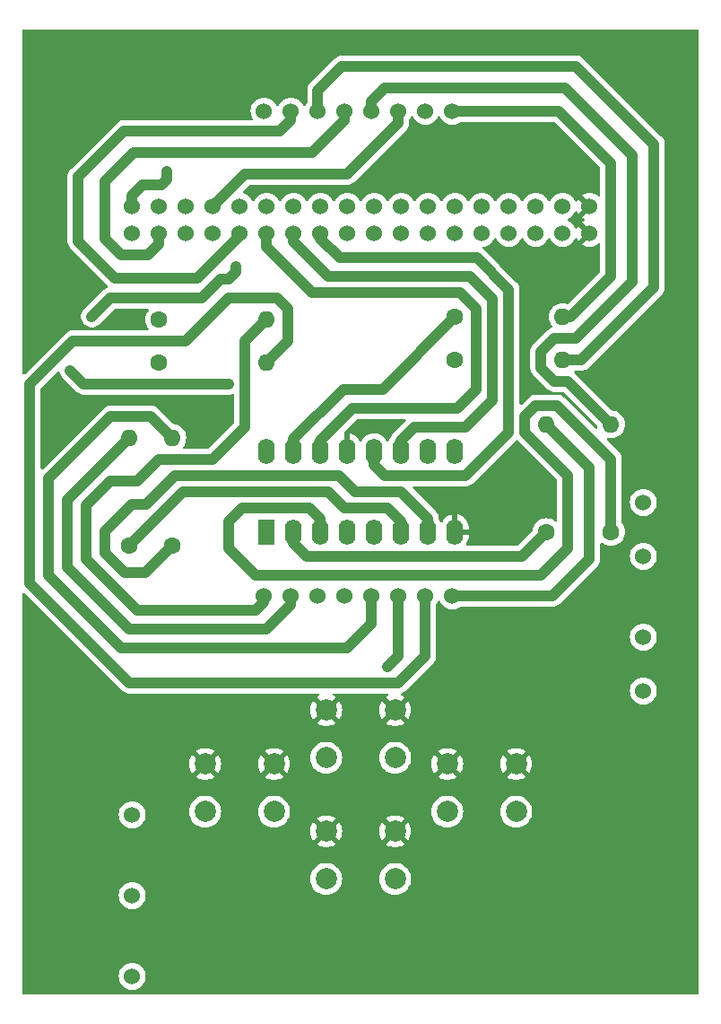
<source format=gbr>
%TF.GenerationSoftware,KiCad,Pcbnew,8.0.2-8.0.2-0~ubuntu22.04.1*%
%TF.CreationDate,2024-05-09T21:23:21-04:00*%
%TF.ProjectId,TEJ Final Project,54454a20-4669-46e6-916c-2050726f6a65,rev?*%
%TF.SameCoordinates,Original*%
%TF.FileFunction,Copper,L2,Bot*%
%TF.FilePolarity,Positive*%
%FSLAX46Y46*%
G04 Gerber Fmt 4.6, Leading zero omitted, Abs format (unit mm)*
G04 Created by KiCad (PCBNEW 8.0.2-8.0.2-0~ubuntu22.04.1) date 2024-05-09 21:23:21*
%MOMM*%
%LPD*%
G01*
G04 APERTURE LIST*
%TA.AperFunction,ComponentPad*%
%ADD10C,1.600000*%
%TD*%
%TA.AperFunction,ComponentPad*%
%ADD11O,1.600000X1.600000*%
%TD*%
%TA.AperFunction,ComponentPad*%
%ADD12C,2.000000*%
%TD*%
%TA.AperFunction,ComponentPad*%
%ADD13R,1.600000X2.400000*%
%TD*%
%TA.AperFunction,ComponentPad*%
%ADD14O,1.600000X2.400000*%
%TD*%
%TA.AperFunction,ComponentPad*%
%ADD15C,1.524000*%
%TD*%
%TA.AperFunction,ViaPad*%
%ADD16C,0.600000*%
%TD*%
%TA.AperFunction,Conductor*%
%ADD17C,1.000000*%
%TD*%
G04 APERTURE END LIST*
D10*
%TO.P,R5,1*%
%TO.N,Net-(U1-QE)*%
X129540000Y-72658000D03*
D11*
%TO.P,R5,2*%
%TO.N,Net-(LED_Matrix_8x1-R5)*%
X139700000Y-72658000D03*
%TD*%
D12*
%TO.P,SW4,1,1*%
%TO.N,Net-(U1-GND)*%
X145320000Y-120940000D03*
X151820000Y-120940000D03*
%TO.P,SW4,2,2*%
%TO.N,Net-(Arduino_Mega1-Pad37)*%
X145320000Y-125440000D03*
X151820000Y-125440000D03*
%TD*%
D13*
%TO.P,U1,1,QB*%
%TO.N,Net-(U1-QB)*%
X139680000Y-92710000D03*
D14*
%TO.P,U1,2,QC*%
%TO.N,Net-(U1-QC)*%
X142220000Y-92710000D03*
%TO.P,U1,3,QD*%
%TO.N,Net-(U1-QD)*%
X144760000Y-92710000D03*
%TO.P,U1,4,QE*%
%TO.N,Net-(U1-QE)*%
X147300000Y-92710000D03*
%TO.P,U1,5,QF*%
%TO.N,Net-(U1-QF)*%
X149840000Y-92710000D03*
%TO.P,U1,6,QG*%
%TO.N,Net-(U1-QG)*%
X152380000Y-92710000D03*
%TO.P,U1,7,QH*%
%TO.N,Net-(U1-QH)*%
X154920000Y-92710000D03*
%TO.P,U1,8,GND*%
%TO.N,Net-(U1-GND)*%
X157460000Y-92710000D03*
%TO.P,U1,9,QH'*%
%TO.N,unconnected-(U1-QH'-Pad9)*%
X157460000Y-85090000D03*
%TO.P,U1,10,~{SRCLR}*%
%TO.N,unconnected-(U1-~{SRCLR}-Pad10)*%
X154920000Y-85090000D03*
%TO.P,U1,11,SRCLK*%
%TO.N,Net-(U1-SRCLK)*%
X152380000Y-85090000D03*
%TO.P,U1,12,RCLK*%
%TO.N,Net-(U1-RCLK)*%
X149840000Y-85090000D03*
%TO.P,U1,13,~{OE}*%
%TO.N,Net-(U1-GND)*%
X147300000Y-85090000D03*
%TO.P,U1,14,SER*%
%TO.N,Net-(U1-SER)*%
X144760000Y-85090000D03*
%TO.P,U1,15,QA*%
%TO.N,Net-(U1-QA)*%
X142220000Y-85090000D03*
%TO.P,U1,16,VCC*%
%TO.N,Net-(U1-VCC)*%
X139680000Y-85090000D03*
%TD*%
D10*
%TO.P,R7,1*%
%TO.N,Net-(U1-QG)*%
X126740000Y-93980000D03*
D11*
%TO.P,R7,2*%
%TO.N,Net-(LED_Matrix_8x1-R7)*%
X126740000Y-83820000D03*
%TD*%
D10*
%TO.P,R6,1*%
%TO.N,Net-(U1-QF)*%
X129540000Y-76708000D03*
D11*
%TO.P,R6,2*%
%TO.N,Net-(LED_Matrix_8x1-R6)*%
X139700000Y-76708000D03*
%TD*%
D10*
%TO.P,R1,1*%
%TO.N,Net-(U1-QA)*%
X157480000Y-72418000D03*
D11*
%TO.P,R1,2*%
%TO.N,Net-(LED_Matrix_8x1-R1)*%
X167640000Y-72418000D03*
%TD*%
D15*
%TO.P,LED_Matrix_8x1,1,R5*%
%TO.N,Net-(LED_Matrix_8x1-R5)*%
X139453000Y-98719000D03*
%TO.P,LED_Matrix_8x1,2,R7*%
%TO.N,Net-(LED_Matrix_8x1-R7)*%
X141993000Y-98719000D03*
%TO.P,LED_Matrix_8x1,3,C2*%
%TO.N,Net-(LED_Matrix_8x1-C2)*%
X144533000Y-98719000D03*
%TO.P,LED_Matrix_8x1,4,C3*%
%TO.N,Net-(LED_Matrix_8x1-C3)*%
X147073000Y-98719000D03*
%TO.P,LED_Matrix_8x1,5,R8*%
%TO.N,Net-(LED_Matrix_8x1-R8)*%
X149613000Y-98719000D03*
%TO.P,LED_Matrix_8x1,6,C5*%
%TO.N,Net-(LED_Matrix_8x1-C5)*%
X152153000Y-98719000D03*
%TO.P,LED_Matrix_8x1,7,R6*%
%TO.N,Net-(LED_Matrix_8x1-R6)*%
X154693000Y-98719000D03*
%TO.P,LED_Matrix_8x1,8,R3*%
%TO.N,Net-(LED_Matrix_8x1-R3)*%
X157233000Y-98719000D03*
%TO.P,LED_Matrix_8x1,9,R1*%
%TO.N,Net-(LED_Matrix_8x1-R1)*%
X157233000Y-52999000D03*
%TO.P,LED_Matrix_8x1,10,C4*%
%TO.N,Net-(LED_Matrix_8x1-C4)*%
X154693000Y-52999000D03*
%TO.P,LED_Matrix_8x1,11,C6*%
%TO.N,Net-(LED_Matrix_8x1-C6)*%
X152153000Y-52999000D03*
%TO.P,LED_Matrix_8x1,12,R4*%
%TO.N,Net-(LED_Matrix_8x1-R4)*%
X149613000Y-52999000D03*
%TO.P,LED_Matrix_8x1,13,C1*%
%TO.N,Net-(LED_Matrix_8x1-C1)*%
X147073000Y-52999000D03*
%TO.P,LED_Matrix_8x1,14,R2*%
%TO.N,Net-(LED_Matrix_8x1-R2)*%
X144533000Y-52999000D03*
%TO.P,LED_Matrix_8x1,15,C7*%
%TO.N,Net-(LED_Matrix_8x1-C7)*%
X141993000Y-52999000D03*
%TO.P,LED_Matrix_8x1,16,C8*%
%TO.N,Net-(LED_Matrix_8x1-C8)*%
X139453000Y-52999000D03*
%TD*%
D10*
%TO.P,R8,1*%
%TO.N,Net-(U1-QH)*%
X130790000Y-93980000D03*
D11*
%TO.P,R8,2*%
%TO.N,Net-(LED_Matrix_8x1-R8)*%
X130790000Y-83820000D03*
%TD*%
D10*
%TO.P,R3,1*%
%TO.N,Net-(U1-QC)*%
X166110000Y-92710000D03*
D11*
%TO.P,R3,2*%
%TO.N,Net-(LED_Matrix_8x1-R3)*%
X166110000Y-82550000D03*
%TD*%
D15*
%TO.P,Arduino_Mega1,5V*%
%TO.N,Net-(U1-VCC)*%
X127000000Y-64516000D03*
X127000000Y-61976000D03*
%TO.P,Arduino_Mega1,22*%
%TO.N,Net-(LED_Matrix_8x1-C1)*%
X129540000Y-64516000D03*
%TO.P,Arduino_Mega1,23*%
%TO.N,Net-(LED_Matrix_8x1-C2)*%
X129540000Y-61976000D03*
%TO.P,Arduino_Mega1,24*%
%TO.N,Net-(LED_Matrix_8x1-C3)*%
X132080000Y-64516000D03*
%TO.P,Arduino_Mega1,25*%
%TO.N,Net-(LED_Matrix_8x1-C4)*%
X132080000Y-61976000D03*
%TO.P,Arduino_Mega1,26*%
%TO.N,Net-(LED_Matrix_8x1-C5)*%
X134620000Y-64516000D03*
%TO.P,Arduino_Mega1,27*%
%TO.N,Net-(LED_Matrix_8x1-C6)*%
X134620000Y-61976000D03*
%TO.P,Arduino_Mega1,28*%
%TO.N,Net-(LED_Matrix_8x1-C7)*%
X137160000Y-64516000D03*
%TO.P,Arduino_Mega1,29*%
%TO.N,Net-(LED_Matrix_8x1-C8)*%
X137160000Y-61976000D03*
%TO.P,Arduino_Mega1,30*%
%TO.N,Net-(U1-SER)*%
X139700000Y-64516000D03*
%TO.P,Arduino_Mega1,31*%
%TO.N,Net-(Arduino_Mega1-Pad31)*%
X139700000Y-61976000D03*
%TO.P,Arduino_Mega1,32*%
%TO.N,Net-(U1-SRCLK)*%
X142240000Y-64516000D03*
%TO.P,Arduino_Mega1,33*%
%TO.N,Net-(Arduino_Mega1-Pad33)*%
X142240000Y-61976000D03*
%TO.P,Arduino_Mega1,34*%
%TO.N,Net-(U1-RCLK)*%
X144780000Y-64516000D03*
%TO.P,Arduino_Mega1,35*%
%TO.N,Net-(Arduino_Mega1-Pad35)*%
X144780000Y-61976000D03*
%TO.P,Arduino_Mega1,36*%
%TO.N,unconnected-(Arduino_Mega1-Pad36)*%
X147320000Y-64516000D03*
%TO.P,Arduino_Mega1,37*%
%TO.N,Net-(Arduino_Mega1-Pad37)*%
X147320000Y-61976000D03*
%TO.P,Arduino_Mega1,38*%
%TO.N,unconnected-(Arduino_Mega1-Pad38)*%
X149860000Y-64516000D03*
%TO.P,Arduino_Mega1,39*%
%TO.N,unconnected-(Arduino_Mega1-Pad39)*%
X149860000Y-61976000D03*
%TO.P,Arduino_Mega1,40*%
%TO.N,unconnected-(Arduino_Mega1-Pad40)*%
X152400000Y-64516000D03*
%TO.P,Arduino_Mega1,41*%
%TO.N,unconnected-(Arduino_Mega1-Pad41)*%
X152400000Y-61976000D03*
%TO.P,Arduino_Mega1,42*%
%TO.N,unconnected-(Arduino_Mega1-Pad42)*%
X154940000Y-64516000D03*
%TO.P,Arduino_Mega1,43*%
%TO.N,unconnected-(Arduino_Mega1-Pad43)*%
X154940000Y-61976000D03*
%TO.P,Arduino_Mega1,44*%
%TO.N,unconnected-(Arduino_Mega1-Pad44)*%
X157480000Y-64516000D03*
%TO.P,Arduino_Mega1,45*%
%TO.N,unconnected-(Arduino_Mega1-Pad45)*%
X157480000Y-61976000D03*
%TO.P,Arduino_Mega1,46*%
%TO.N,unconnected-(Arduino_Mega1-Pad46)*%
X160020000Y-64516000D03*
%TO.P,Arduino_Mega1,47*%
%TO.N,unconnected-(Arduino_Mega1-Pad47)*%
X160020000Y-61976000D03*
%TO.P,Arduino_Mega1,48*%
%TO.N,unconnected-(Arduino_Mega1-Pad48)*%
X162560000Y-64516000D03*
%TO.P,Arduino_Mega1,49*%
%TO.N,unconnected-(Arduino_Mega1-Pad49)*%
X162560000Y-61976000D03*
%TO.P,Arduino_Mega1,50*%
%TO.N,unconnected-(Arduino_Mega1-Pad50)*%
X165100000Y-64516000D03*
%TO.P,Arduino_Mega1,51*%
%TO.N,unconnected-(Arduino_Mega1-Pad51)*%
X165100000Y-61976000D03*
%TO.P,Arduino_Mega1,52*%
%TO.N,unconnected-(Arduino_Mega1-Pad52)*%
X167640000Y-64516000D03*
%TO.P,Arduino_Mega1,53*%
%TO.N,unconnected-(Arduino_Mega1-Pad53)*%
X167640000Y-61976000D03*
%TO.P,Arduino_Mega1,D*%
%TO.N,unconnected-(Arduino_Mega1-PadD)_3*%
X127000000Y-134620000D03*
%TO.N,unconnected-(Arduino_Mega1-PadD)_5*%
X127000000Y-127000000D03*
%TO.N,unconnected-(Arduino_Mega1-PadD)*%
X127000000Y-119380000D03*
%TO.N,unconnected-(Arduino_Mega1-PadD)_2*%
X175260000Y-107696000D03*
%TO.N,unconnected-(Arduino_Mega1-PadD)_0*%
X175260000Y-102616000D03*
%TO.N,unconnected-(Arduino_Mega1-PadD)_1*%
X175260000Y-94996000D03*
%TO.N,unconnected-(Arduino_Mega1-PadD)_4*%
X175260000Y-89916000D03*
%TO.P,Arduino_Mega1,GND*%
%TO.N,Net-(U1-GND)*%
X170180000Y-64516000D03*
X170180000Y-61976000D03*
%TD*%
D12*
%TO.P,SW2,1,1*%
%TO.N,Net-(U1-GND)*%
X145320000Y-109510000D03*
X151820000Y-109510000D03*
%TO.P,SW2,2,2*%
%TO.N,Net-(Arduino_Mega1-Pad31)*%
X145320000Y-114010000D03*
X151820000Y-114010000D03*
%TD*%
%TO.P,SW3,1,1*%
%TO.N,Net-(U1-GND)*%
X156750000Y-114590000D03*
X163250000Y-114590000D03*
%TO.P,SW3,2,2*%
%TO.N,Net-(Arduino_Mega1-Pad33)*%
X156750000Y-119090000D03*
X163250000Y-119090000D03*
%TD*%
%TO.P,SW1,1,1*%
%TO.N,Net-(U1-GND)*%
X133890000Y-114590000D03*
X140390000Y-114590000D03*
%TO.P,SW1,2,2*%
%TO.N,Net-(Arduino_Mega1-Pad35)*%
X133890000Y-119090000D03*
X140390000Y-119090000D03*
%TD*%
D10*
%TO.P,R2,1*%
%TO.N,Net-(U1-QB)*%
X157480000Y-76468000D03*
D11*
%TO.P,R2,2*%
%TO.N,Net-(LED_Matrix_8x1-R2)*%
X167640000Y-76468000D03*
%TD*%
D10*
%TO.P,R4,1*%
%TO.N,Net-(U1-QD)*%
X172212000Y-92710000D03*
D11*
%TO.P,R4,2*%
%TO.N,Net-(LED_Matrix_8x1-R4)*%
X172212000Y-82550000D03*
%TD*%
D16*
%TO.N,Net-(LED_Matrix_8x1-C5)*%
X123190000Y-72390000D03*
X136779000Y-67691000D03*
X151130000Y-105410000D03*
%TO.N,Net-(U1-GND)*%
X121158000Y-80264000D03*
X136144000Y-81026000D03*
%TO.N,Net-(U1-VCC)*%
X121158000Y-77470000D03*
X136144000Y-78740000D03*
X130302000Y-58674000D03*
%TD*%
D17*
%TO.N,Net-(LED_Matrix_8x1-C5)*%
X151130000Y-105410000D02*
X152153000Y-104387000D01*
X152153000Y-104387000D02*
X152153000Y-98719000D01*
X135382000Y-68834000D02*
X133604000Y-70612000D01*
X124968000Y-70612000D02*
X123190000Y-72390000D01*
X136779000Y-67691000D02*
X136779000Y-68199000D01*
X133604000Y-70612000D02*
X124968000Y-70612000D01*
X136144000Y-68834000D02*
X135382000Y-68834000D01*
X136779000Y-68199000D02*
X136144000Y-68834000D01*
%TO.N,Net-(LED_Matrix_8x1-C7)*%
X137160000Y-64770000D02*
X137160000Y-64516000D01*
X140970000Y-54864000D02*
X126238000Y-54864000D01*
X121920000Y-59182000D02*
X121920000Y-65278000D01*
X121920000Y-65278000D02*
X125396450Y-68754450D01*
X133175550Y-68754450D02*
X137160000Y-64770000D01*
X141993000Y-52999000D02*
X141993000Y-53841000D01*
X125396450Y-68754450D02*
X133175550Y-68754450D01*
X141993000Y-53841000D02*
X140970000Y-54864000D01*
X126238000Y-54864000D02*
X121920000Y-59182000D01*
%TO.N,Net-(U1-SER)*%
X159512000Y-79248000D02*
X159512000Y-71628000D01*
X144760000Y-84094000D02*
X147828000Y-81026000D01*
X144018000Y-70104000D02*
X139700000Y-65786000D01*
X144760000Y-85090000D02*
X144760000Y-84094000D01*
X157988000Y-70104000D02*
X144018000Y-70104000D01*
X139700000Y-65786000D02*
X139700000Y-64516000D01*
X159512000Y-71628000D02*
X157988000Y-70104000D01*
X147828000Y-81026000D02*
X157734000Y-81026000D01*
X157734000Y-81026000D02*
X159512000Y-79248000D01*
%TO.N,Net-(U1-SRCLK)*%
X158496000Y-82804000D02*
X153670000Y-82804000D01*
X145542000Y-68580000D02*
X158877000Y-68580000D01*
X153670000Y-82804000D02*
X152380000Y-84094000D01*
X142240000Y-64516000D02*
X142240000Y-65278000D01*
X152380000Y-84094000D02*
X152380000Y-85090000D01*
X161036000Y-80264000D02*
X158496000Y-82804000D01*
X142240000Y-65278000D02*
X145542000Y-68580000D01*
X161036000Y-70739000D02*
X161036000Y-80264000D01*
X158877000Y-68580000D02*
X161036000Y-70739000D01*
%TO.N,Net-(U1-GND)*%
X136144000Y-81026000D02*
X135382000Y-80264000D01*
X135382000Y-80264000D02*
X121158000Y-80264000D01*
%TO.N,Net-(LED_Matrix_8x1-C1)*%
X124440000Y-65004000D02*
X125984000Y-66548000D01*
X147073000Y-52999000D02*
X147073000Y-53841000D01*
X125984000Y-66548000D02*
X128524000Y-66548000D01*
X124440000Y-59629056D02*
X124440000Y-65004000D01*
X144018000Y-56896000D02*
X127173056Y-56896000D01*
X128524000Y-66548000D02*
X129540000Y-65532000D01*
X147073000Y-53841000D02*
X144018000Y-56896000D01*
X127173056Y-56896000D02*
X124440000Y-59629056D01*
X129540000Y-65532000D02*
X129540000Y-64516000D01*
%TO.N,Net-(U1-RCLK)*%
X158496000Y-87376000D02*
X162560000Y-83312000D01*
X162560000Y-83312000D02*
X162560000Y-69850000D01*
X159566428Y-66856428D02*
X146612428Y-66856428D01*
X146612428Y-66856428D02*
X144780000Y-65024000D01*
X149840000Y-85090000D02*
X149840000Y-86340000D01*
X150876000Y-87376000D02*
X158496000Y-87376000D01*
X144780000Y-65024000D02*
X144780000Y-64516000D01*
X162560000Y-69850000D02*
X159566428Y-66856428D01*
X149840000Y-86340000D02*
X150876000Y-87376000D01*
%TO.N,Net-(LED_Matrix_8x1-C6)*%
X137668000Y-58928000D02*
X134620000Y-61976000D01*
X147320000Y-58928000D02*
X137668000Y-58928000D01*
X152153000Y-54095000D02*
X147320000Y-58928000D01*
X152153000Y-52999000D02*
X152153000Y-54095000D01*
%TO.N,Net-(LED_Matrix_8x1-R6)*%
X141732000Y-71628000D02*
X141732000Y-74676000D01*
X154693000Y-98719000D02*
X154693000Y-104387000D01*
X117348000Y-78740000D02*
X121412000Y-74676000D01*
X140716000Y-70612000D02*
X141732000Y-71628000D01*
X136144000Y-70612000D02*
X140716000Y-70612000D01*
X126746000Y-106934000D02*
X117348000Y-97536000D01*
X154693000Y-104387000D02*
X152146000Y-106934000D01*
X132080000Y-74676000D02*
X136144000Y-70612000D01*
X141732000Y-74676000D02*
X139700000Y-76708000D01*
X152146000Y-106934000D02*
X126746000Y-106934000D01*
X121412000Y-74676000D02*
X132080000Y-74676000D01*
X117348000Y-97536000D02*
X117348000Y-78740000D01*
%TO.N,Net-(LED_Matrix_8x1-R1)*%
X172212000Y-68580000D02*
X168374000Y-72418000D01*
X172212000Y-57912000D02*
X172212000Y-68580000D01*
X168374000Y-72418000D02*
X167640000Y-72418000D01*
X167299000Y-52999000D02*
X172212000Y-57912000D01*
X157233000Y-52999000D02*
X167299000Y-52999000D01*
%TO.N,Net-(LED_Matrix_8x1-R7)*%
X126740000Y-83820000D02*
X120904000Y-89656000D01*
X126746000Y-101854000D02*
X139700000Y-101854000D01*
X139700000Y-101854000D02*
X141993000Y-99561000D01*
X141993000Y-99561000D02*
X141993000Y-98719000D01*
X120904000Y-96012000D02*
X126746000Y-101854000D01*
X120904000Y-89656000D02*
X120904000Y-96012000D01*
%TO.N,Net-(LED_Matrix_8x1-R4)*%
X150876000Y-50800000D02*
X167894000Y-50800000D01*
X174244000Y-57150000D02*
X174244000Y-69088000D01*
X166878000Y-74422000D02*
X165608000Y-75692000D01*
X149613000Y-52999000D02*
X149613000Y-52063000D01*
X165608000Y-77216000D02*
X166878000Y-78486000D01*
X165608000Y-75692000D02*
X165608000Y-77216000D01*
X168148000Y-78486000D02*
X172212000Y-82550000D01*
X166878000Y-78486000D02*
X168148000Y-78486000D01*
X174244000Y-69088000D02*
X168910000Y-74422000D01*
X149613000Y-52063000D02*
X150876000Y-50800000D01*
X167894000Y-50800000D02*
X174244000Y-57150000D01*
X168910000Y-74422000D02*
X166878000Y-74422000D01*
%TO.N,Net-(LED_Matrix_8x1-R2)*%
X144533000Y-52999000D02*
X144533000Y-51047000D01*
X176276000Y-56134000D02*
X176276000Y-69596000D01*
X169404000Y-76468000D02*
X167640000Y-76468000D01*
X144533000Y-51047000D02*
X146812000Y-48768000D01*
X168910000Y-48768000D02*
X176276000Y-56134000D01*
X176276000Y-69596000D02*
X169404000Y-76468000D01*
X146812000Y-48768000D02*
X168910000Y-48768000D01*
%TO.N,Net-(LED_Matrix_8x1-R3)*%
X170180000Y-95250000D02*
X166711000Y-98719000D01*
X166110000Y-82550000D02*
X170180000Y-86620000D01*
X166711000Y-98719000D02*
X157233000Y-98719000D01*
X170180000Y-86620000D02*
X170180000Y-95250000D01*
%TO.N,Net-(LED_Matrix_8x1-R5)*%
X139453000Y-99307000D02*
X139453000Y-98719000D01*
X138684000Y-100076000D02*
X139453000Y-99307000D01*
X134620000Y-85852000D02*
X129540000Y-85852000D01*
X122682000Y-90170000D02*
X122682000Y-95250000D01*
X137668000Y-82804000D02*
X134620000Y-85852000D01*
X139700000Y-72658000D02*
X137668000Y-74690000D01*
X129540000Y-85852000D02*
X127508000Y-87884000D01*
X124968000Y-87884000D02*
X122682000Y-90170000D01*
X122682000Y-95250000D02*
X127508000Y-100076000D01*
X127508000Y-87884000D02*
X124968000Y-87884000D01*
X127508000Y-100076000D02*
X138684000Y-100076000D01*
X137668000Y-74690000D02*
X137668000Y-82804000D01*
%TO.N,Net-(LED_Matrix_8x1-R8)*%
X130790000Y-83820000D02*
X128758000Y-81788000D01*
X119126000Y-87630000D02*
X119126000Y-96774000D01*
X125984000Y-103632000D02*
X147320000Y-103632000D01*
X128758000Y-81788000D02*
X124968000Y-81788000D01*
X147320000Y-103632000D02*
X149613000Y-101339000D01*
X124968000Y-81788000D02*
X119126000Y-87630000D01*
X149613000Y-101339000D02*
X149613000Y-98719000D01*
X119126000Y-96774000D02*
X125984000Y-103632000D01*
%TO.N,Net-(U1-QA)*%
X146929000Y-79248000D02*
X142220000Y-83957000D01*
X150650000Y-79248000D02*
X146929000Y-79248000D01*
X157480000Y-72418000D02*
X150650000Y-79248000D01*
X142220000Y-83957000D02*
X142220000Y-85090000D01*
%TO.N,Net-(U1-QC)*%
X143510000Y-94996000D02*
X142220000Y-93706000D01*
X142220000Y-93706000D02*
X142220000Y-92710000D01*
X166110000Y-92710000D02*
X163824000Y-94996000D01*
X163824000Y-94996000D02*
X143510000Y-94996000D01*
%TO.N,Net-(U1-QD)*%
X137404000Y-90424000D02*
X136144000Y-91684000D01*
X144760000Y-91420000D02*
X143764000Y-90424000D01*
X168148000Y-94234000D02*
X168148000Y-87376000D01*
X165100000Y-80772000D02*
X167132000Y-80772000D01*
X167132000Y-80772000D02*
X172212000Y-85852000D01*
X172212000Y-85852000D02*
X172212000Y-92710000D01*
X168148000Y-87376000D02*
X164084000Y-83312000D01*
X165608000Y-96774000D02*
X168148000Y-94234000D01*
X144760000Y-92710000D02*
X144760000Y-91420000D01*
X136144000Y-94254000D02*
X138664000Y-96774000D01*
X143764000Y-90424000D02*
X137404000Y-90424000D01*
X164084000Y-83312000D02*
X164084000Y-81788000D01*
X136144000Y-91684000D02*
X136144000Y-94254000D01*
X138664000Y-96774000D02*
X165608000Y-96774000D01*
X164084000Y-81788000D02*
X165100000Y-80772000D01*
%TO.N,Net-(U1-QG)*%
X147066000Y-90424000D02*
X151130000Y-90424000D01*
X145542000Y-88900000D02*
X147066000Y-90424000D01*
X152380000Y-91674000D02*
X152380000Y-92710000D01*
X151130000Y-90424000D02*
X152380000Y-91674000D01*
X126740000Y-93980000D02*
X131820000Y-88900000D01*
X131820000Y-88900000D02*
X145542000Y-88900000D01*
%TO.N,Net-(U1-QH)*%
X126330112Y-96520000D02*
X124460000Y-94649888D01*
X126939225Y-90142642D02*
X128285735Y-90142642D01*
X124460000Y-92621867D02*
X126939225Y-90142642D01*
X128285735Y-90142642D02*
X131052377Y-87376000D01*
X128250000Y-96520000D02*
X126330112Y-96520000D01*
X130790000Y-93980000D02*
X128250000Y-96520000D01*
X124460000Y-94649888D02*
X124460000Y-92621867D01*
X146558000Y-87376000D02*
X148082000Y-88900000D01*
X148082000Y-88900000D02*
X152400000Y-88900000D01*
X131052377Y-87376000D02*
X146558000Y-87376000D01*
X152400000Y-88900000D02*
X154920000Y-91420000D01*
X154920000Y-91420000D02*
X154920000Y-92710000D01*
%TO.N,Net-(U1-VCC)*%
X122428000Y-78740000D02*
X136144000Y-78740000D01*
X127000000Y-60960000D02*
X128016000Y-59944000D01*
X121158000Y-77470000D02*
X122428000Y-78740000D01*
X130302000Y-59436000D02*
X130302000Y-58674000D01*
X129794000Y-59944000D02*
X130302000Y-59436000D01*
X127000000Y-61976000D02*
X127000000Y-60960000D01*
X128016000Y-59944000D02*
X129794000Y-59944000D01*
%TD*%
%TA.AperFunction,Conductor*%
%TO.N,Net-(U1-GND)*%
G36*
X180441539Y-45307185D02*
G01*
X180487294Y-45359989D01*
X180498500Y-45411500D01*
X180498500Y-136198500D01*
X180478815Y-136265539D01*
X180426011Y-136311294D01*
X180374500Y-136322500D01*
X116765500Y-136322500D01*
X116698461Y-136302815D01*
X116652706Y-136250011D01*
X116641500Y-136198500D01*
X116641500Y-134619997D01*
X125724647Y-134619997D01*
X125724647Y-134620002D01*
X125744021Y-134841457D01*
X125744022Y-134841465D01*
X125801558Y-135056191D01*
X125801559Y-135056193D01*
X125801560Y-135056196D01*
X125848536Y-135156936D01*
X125895511Y-135257676D01*
X125895512Y-135257677D01*
X126023023Y-135439781D01*
X126180219Y-135596977D01*
X126362323Y-135724488D01*
X126563804Y-135818440D01*
X126778537Y-135875978D01*
X126936724Y-135889817D01*
X126999998Y-135895353D01*
X127000000Y-135895353D01*
X127000002Y-135895353D01*
X127055365Y-135890509D01*
X127221463Y-135875978D01*
X127436196Y-135818440D01*
X127637677Y-135724488D01*
X127819781Y-135596977D01*
X127976977Y-135439781D01*
X128104488Y-135257677D01*
X128198440Y-135056196D01*
X128255978Y-134841463D01*
X128275353Y-134620000D01*
X128255978Y-134398537D01*
X128198440Y-134183804D01*
X128104488Y-133982324D01*
X128104486Y-133982321D01*
X128104485Y-133982319D01*
X127976978Y-133800220D01*
X127976975Y-133800217D01*
X127819781Y-133643023D01*
X127637677Y-133515512D01*
X127637678Y-133515512D01*
X127637676Y-133515511D01*
X127536936Y-133468536D01*
X127436196Y-133421560D01*
X127436193Y-133421559D01*
X127436191Y-133421558D01*
X127221465Y-133364022D01*
X127221457Y-133364021D01*
X127000002Y-133344647D01*
X126999998Y-133344647D01*
X126778542Y-133364021D01*
X126778535Y-133364022D01*
X126563800Y-133421561D01*
X126362323Y-133515512D01*
X126362319Y-133515514D01*
X126180217Y-133643023D01*
X126023023Y-133800217D01*
X125895514Y-133982319D01*
X125895512Y-133982323D01*
X125801561Y-134183800D01*
X125744022Y-134398535D01*
X125744021Y-134398542D01*
X125724647Y-134619997D01*
X116641500Y-134619997D01*
X116641500Y-126999997D01*
X125724647Y-126999997D01*
X125724647Y-127000002D01*
X125744021Y-127221457D01*
X125744022Y-127221465D01*
X125801558Y-127436191D01*
X125801559Y-127436193D01*
X125801560Y-127436196D01*
X125848536Y-127536936D01*
X125895511Y-127637676D01*
X125895512Y-127637677D01*
X126023023Y-127819781D01*
X126180219Y-127976977D01*
X126362323Y-128104488D01*
X126563804Y-128198440D01*
X126778537Y-128255978D01*
X126936724Y-128269817D01*
X126999998Y-128275353D01*
X127000000Y-128275353D01*
X127000002Y-128275353D01*
X127055365Y-128270509D01*
X127221463Y-128255978D01*
X127436196Y-128198440D01*
X127637677Y-128104488D01*
X127819781Y-127976977D01*
X127976977Y-127819781D01*
X128104488Y-127637677D01*
X128198440Y-127436196D01*
X128255978Y-127221463D01*
X128275353Y-127000000D01*
X128271255Y-126953164D01*
X128256827Y-126788242D01*
X128255978Y-126778537D01*
X128198440Y-126563804D01*
X128104488Y-126362324D01*
X128104486Y-126362321D01*
X128104485Y-126362319D01*
X127976978Y-126180220D01*
X127923717Y-126126959D01*
X127819781Y-126023023D01*
X127654936Y-125907597D01*
X127637676Y-125895511D01*
X127536936Y-125848536D01*
X127436196Y-125801560D01*
X127436193Y-125801559D01*
X127436191Y-125801558D01*
X127221465Y-125744022D01*
X127221457Y-125744021D01*
X127000002Y-125724647D01*
X126999998Y-125724647D01*
X126778542Y-125744021D01*
X126778535Y-125744022D01*
X126563800Y-125801561D01*
X126362323Y-125895512D01*
X126362319Y-125895514D01*
X126180217Y-126023023D01*
X126023023Y-126180217D01*
X125895514Y-126362319D01*
X125895512Y-126362323D01*
X125801561Y-126563800D01*
X125744022Y-126778535D01*
X125744021Y-126778542D01*
X125724647Y-126999997D01*
X116641500Y-126999997D01*
X116641500Y-125440000D01*
X143806835Y-125440000D01*
X143825465Y-125676714D01*
X143880895Y-125907595D01*
X143880895Y-125907597D01*
X143971757Y-126126959D01*
X143971759Y-126126962D01*
X144095820Y-126329410D01*
X144095821Y-126329413D01*
X144095824Y-126329416D01*
X144250031Y-126509969D01*
X144313064Y-126563804D01*
X144430586Y-126664178D01*
X144430589Y-126664179D01*
X144633037Y-126788240D01*
X144633040Y-126788242D01*
X144852403Y-126879104D01*
X144852404Y-126879104D01*
X144852406Y-126879105D01*
X145083289Y-126934535D01*
X145320000Y-126953165D01*
X145556711Y-126934535D01*
X145787594Y-126879105D01*
X145787596Y-126879104D01*
X145787597Y-126879104D01*
X146006959Y-126788242D01*
X146006960Y-126788241D01*
X146006963Y-126788240D01*
X146209416Y-126664176D01*
X146389969Y-126509969D01*
X146544176Y-126329416D01*
X146668240Y-126126963D01*
X146759105Y-125907594D01*
X146814535Y-125676711D01*
X146833165Y-125440000D01*
X150306835Y-125440000D01*
X150325465Y-125676714D01*
X150380895Y-125907595D01*
X150380895Y-125907597D01*
X150471757Y-126126959D01*
X150471759Y-126126962D01*
X150595820Y-126329410D01*
X150595821Y-126329413D01*
X150595824Y-126329416D01*
X150750031Y-126509969D01*
X150813064Y-126563804D01*
X150930586Y-126664178D01*
X150930589Y-126664179D01*
X151133037Y-126788240D01*
X151133040Y-126788242D01*
X151352403Y-126879104D01*
X151352404Y-126879104D01*
X151352406Y-126879105D01*
X151583289Y-126934535D01*
X151820000Y-126953165D01*
X152056711Y-126934535D01*
X152287594Y-126879105D01*
X152287596Y-126879104D01*
X152287597Y-126879104D01*
X152506959Y-126788242D01*
X152506960Y-126788241D01*
X152506963Y-126788240D01*
X152709416Y-126664176D01*
X152889969Y-126509969D01*
X153044176Y-126329416D01*
X153168240Y-126126963D01*
X153259105Y-125907594D01*
X153314535Y-125676711D01*
X153333165Y-125440000D01*
X153314535Y-125203289D01*
X153259105Y-124972406D01*
X153259104Y-124972403D01*
X153259104Y-124972402D01*
X153168242Y-124753040D01*
X153168240Y-124753037D01*
X153044179Y-124550589D01*
X153044178Y-124550586D01*
X153009340Y-124509797D01*
X152889969Y-124370031D01*
X152770596Y-124268076D01*
X152709413Y-124215821D01*
X152709410Y-124215820D01*
X152506962Y-124091759D01*
X152506959Y-124091757D01*
X152287596Y-124000895D01*
X152056714Y-123945465D01*
X151820000Y-123926835D01*
X151583285Y-123945465D01*
X151352404Y-124000895D01*
X151352402Y-124000895D01*
X151133040Y-124091757D01*
X151133037Y-124091759D01*
X150930589Y-124215820D01*
X150930586Y-124215821D01*
X150750031Y-124370031D01*
X150595821Y-124550586D01*
X150595820Y-124550589D01*
X150471759Y-124753037D01*
X150471757Y-124753040D01*
X150380895Y-124972402D01*
X150380895Y-124972404D01*
X150325465Y-125203285D01*
X150306835Y-125440000D01*
X146833165Y-125440000D01*
X146814535Y-125203289D01*
X146759105Y-124972406D01*
X146759104Y-124972403D01*
X146759104Y-124972402D01*
X146668242Y-124753040D01*
X146668240Y-124753037D01*
X146544179Y-124550589D01*
X146544178Y-124550586D01*
X146509340Y-124509797D01*
X146389969Y-124370031D01*
X146270596Y-124268076D01*
X146209413Y-124215821D01*
X146209410Y-124215820D01*
X146006962Y-124091759D01*
X146006959Y-124091757D01*
X145787596Y-124000895D01*
X145556714Y-123945465D01*
X145320000Y-123926835D01*
X145083285Y-123945465D01*
X144852404Y-124000895D01*
X144852402Y-124000895D01*
X144633040Y-124091757D01*
X144633037Y-124091759D01*
X144430589Y-124215820D01*
X144430586Y-124215821D01*
X144250031Y-124370031D01*
X144095821Y-124550586D01*
X144095820Y-124550589D01*
X143971759Y-124753037D01*
X143971757Y-124753040D01*
X143880895Y-124972402D01*
X143880895Y-124972404D01*
X143825465Y-125203285D01*
X143806835Y-125440000D01*
X116641500Y-125440000D01*
X116641500Y-120939994D01*
X143814859Y-120939994D01*
X143814859Y-120940005D01*
X143835385Y-121187729D01*
X143835387Y-121187738D01*
X143896412Y-121428717D01*
X143996266Y-121656364D01*
X144096564Y-121809882D01*
X144796212Y-121110234D01*
X144807482Y-121152292D01*
X144879890Y-121277708D01*
X144982292Y-121380110D01*
X145107708Y-121452518D01*
X145149765Y-121463787D01*
X144449942Y-122163609D01*
X144496768Y-122200055D01*
X144496770Y-122200056D01*
X144715385Y-122318364D01*
X144715396Y-122318369D01*
X144950506Y-122399083D01*
X145195707Y-122440000D01*
X145444293Y-122440000D01*
X145689493Y-122399083D01*
X145924603Y-122318369D01*
X145924614Y-122318364D01*
X146143228Y-122200057D01*
X146143231Y-122200055D01*
X146190056Y-122163609D01*
X145490234Y-121463787D01*
X145532292Y-121452518D01*
X145657708Y-121380110D01*
X145760110Y-121277708D01*
X145832518Y-121152292D01*
X145843787Y-121110235D01*
X146543434Y-121809882D01*
X146643731Y-121656369D01*
X146743587Y-121428717D01*
X146804612Y-121187738D01*
X146804614Y-121187729D01*
X146825141Y-120940005D01*
X146825141Y-120939994D01*
X150314859Y-120939994D01*
X150314859Y-120940005D01*
X150335385Y-121187729D01*
X150335387Y-121187738D01*
X150396412Y-121428717D01*
X150496266Y-121656364D01*
X150596564Y-121809882D01*
X151296212Y-121110234D01*
X151307482Y-121152292D01*
X151379890Y-121277708D01*
X151482292Y-121380110D01*
X151607708Y-121452518D01*
X151649765Y-121463787D01*
X150949942Y-122163609D01*
X150996768Y-122200055D01*
X150996770Y-122200056D01*
X151215385Y-122318364D01*
X151215396Y-122318369D01*
X151450506Y-122399083D01*
X151695707Y-122440000D01*
X151944293Y-122440000D01*
X152189493Y-122399083D01*
X152424603Y-122318369D01*
X152424614Y-122318364D01*
X152643228Y-122200057D01*
X152643231Y-122200055D01*
X152690056Y-122163609D01*
X151990234Y-121463787D01*
X152032292Y-121452518D01*
X152157708Y-121380110D01*
X152260110Y-121277708D01*
X152332518Y-121152292D01*
X152343787Y-121110235D01*
X153043434Y-121809882D01*
X153143731Y-121656369D01*
X153243587Y-121428717D01*
X153304612Y-121187738D01*
X153304614Y-121187729D01*
X153325141Y-120940005D01*
X153325141Y-120939994D01*
X153304614Y-120692270D01*
X153304612Y-120692261D01*
X153243587Y-120451282D01*
X153143731Y-120223630D01*
X153043434Y-120070116D01*
X152343787Y-120769764D01*
X152332518Y-120727708D01*
X152260110Y-120602292D01*
X152157708Y-120499890D01*
X152032292Y-120427482D01*
X151990235Y-120416212D01*
X152690057Y-119716390D01*
X152690056Y-119716389D01*
X152643229Y-119679943D01*
X152424614Y-119561635D01*
X152424603Y-119561630D01*
X152189493Y-119480916D01*
X151944293Y-119440000D01*
X151695707Y-119440000D01*
X151450506Y-119480916D01*
X151215396Y-119561630D01*
X151215390Y-119561632D01*
X150996761Y-119679949D01*
X150949942Y-119716388D01*
X150949942Y-119716390D01*
X151649765Y-120416212D01*
X151607708Y-120427482D01*
X151482292Y-120499890D01*
X151379890Y-120602292D01*
X151307482Y-120727708D01*
X151296212Y-120769764D01*
X150596564Y-120070116D01*
X150496267Y-120223632D01*
X150396412Y-120451282D01*
X150335387Y-120692261D01*
X150335385Y-120692270D01*
X150314859Y-120939994D01*
X146825141Y-120939994D01*
X146804614Y-120692270D01*
X146804612Y-120692261D01*
X146743587Y-120451282D01*
X146643731Y-120223630D01*
X146543434Y-120070116D01*
X145843787Y-120769764D01*
X145832518Y-120727708D01*
X145760110Y-120602292D01*
X145657708Y-120499890D01*
X145532292Y-120427482D01*
X145490235Y-120416212D01*
X146190057Y-119716390D01*
X146190056Y-119716389D01*
X146143229Y-119679943D01*
X145924614Y-119561635D01*
X145924603Y-119561630D01*
X145689493Y-119480916D01*
X145444293Y-119440000D01*
X145195707Y-119440000D01*
X144950506Y-119480916D01*
X144715396Y-119561630D01*
X144715390Y-119561632D01*
X144496761Y-119679949D01*
X144449942Y-119716388D01*
X144449942Y-119716390D01*
X145149765Y-120416212D01*
X145107708Y-120427482D01*
X144982292Y-120499890D01*
X144879890Y-120602292D01*
X144807482Y-120727708D01*
X144796212Y-120769764D01*
X144096564Y-120070116D01*
X143996267Y-120223632D01*
X143896412Y-120451282D01*
X143835387Y-120692261D01*
X143835385Y-120692270D01*
X143814859Y-120939994D01*
X116641500Y-120939994D01*
X116641500Y-119379997D01*
X125724647Y-119379997D01*
X125724647Y-119380002D01*
X125744021Y-119601457D01*
X125744022Y-119601465D01*
X125801558Y-119816191D01*
X125801559Y-119816193D01*
X125801560Y-119816196D01*
X125848536Y-119916936D01*
X125895511Y-120017676D01*
X125895512Y-120017677D01*
X126023023Y-120199781D01*
X126180219Y-120356977D01*
X126362323Y-120484488D01*
X126563804Y-120578440D01*
X126778537Y-120635978D01*
X126936724Y-120649817D01*
X126999998Y-120655353D01*
X127000000Y-120655353D01*
X127000002Y-120655353D01*
X127055365Y-120650509D01*
X127221463Y-120635978D01*
X127436196Y-120578440D01*
X127637677Y-120484488D01*
X127819781Y-120356977D01*
X127976977Y-120199781D01*
X128104488Y-120017677D01*
X128198440Y-119816196D01*
X128255978Y-119601463D01*
X128275353Y-119380000D01*
X128255978Y-119158537D01*
X128237613Y-119090000D01*
X132376835Y-119090000D01*
X132395465Y-119326714D01*
X132450895Y-119557595D01*
X132450895Y-119557597D01*
X132541757Y-119776959D01*
X132541759Y-119776962D01*
X132665820Y-119979410D01*
X132665821Y-119979413D01*
X132665824Y-119979416D01*
X132820031Y-120159969D01*
X132894571Y-120223632D01*
X133000586Y-120314178D01*
X133000589Y-120314179D01*
X133203037Y-120438240D01*
X133203040Y-120438242D01*
X133422403Y-120529104D01*
X133422404Y-120529104D01*
X133422406Y-120529105D01*
X133653289Y-120584535D01*
X133890000Y-120603165D01*
X134126711Y-120584535D01*
X134357594Y-120529105D01*
X134357596Y-120529104D01*
X134357597Y-120529104D01*
X134576959Y-120438242D01*
X134576960Y-120438241D01*
X134576963Y-120438240D01*
X134779416Y-120314176D01*
X134959969Y-120159969D01*
X135114176Y-119979416D01*
X135238240Y-119776963D01*
X135263331Y-119716389D01*
X135329104Y-119557597D01*
X135329104Y-119557596D01*
X135329105Y-119557594D01*
X135384535Y-119326711D01*
X135403165Y-119090000D01*
X138876835Y-119090000D01*
X138895465Y-119326714D01*
X138950895Y-119557595D01*
X138950895Y-119557597D01*
X139041757Y-119776959D01*
X139041759Y-119776962D01*
X139165820Y-119979410D01*
X139165821Y-119979413D01*
X139165824Y-119979416D01*
X139320031Y-120159969D01*
X139394571Y-120223632D01*
X139500586Y-120314178D01*
X139500589Y-120314179D01*
X139703037Y-120438240D01*
X139703040Y-120438242D01*
X139922403Y-120529104D01*
X139922404Y-120529104D01*
X139922406Y-120529105D01*
X140153289Y-120584535D01*
X140390000Y-120603165D01*
X140626711Y-120584535D01*
X140857594Y-120529105D01*
X140857596Y-120529104D01*
X140857597Y-120529104D01*
X141076959Y-120438242D01*
X141076960Y-120438241D01*
X141076963Y-120438240D01*
X141279416Y-120314176D01*
X141459969Y-120159969D01*
X141614176Y-119979416D01*
X141738240Y-119776963D01*
X141763331Y-119716389D01*
X141829104Y-119557597D01*
X141829104Y-119557596D01*
X141829105Y-119557594D01*
X141884535Y-119326711D01*
X141903165Y-119090000D01*
X155236835Y-119090000D01*
X155255465Y-119326714D01*
X155310895Y-119557595D01*
X155310895Y-119557597D01*
X155401757Y-119776959D01*
X155401759Y-119776962D01*
X155525820Y-119979410D01*
X155525821Y-119979413D01*
X155525824Y-119979416D01*
X155680031Y-120159969D01*
X155754571Y-120223632D01*
X155860586Y-120314178D01*
X155860589Y-120314179D01*
X156063037Y-120438240D01*
X156063040Y-120438242D01*
X156282403Y-120529104D01*
X156282404Y-120529104D01*
X156282406Y-120529105D01*
X156513289Y-120584535D01*
X156750000Y-120603165D01*
X156986711Y-120584535D01*
X157217594Y-120529105D01*
X157217596Y-120529104D01*
X157217597Y-120529104D01*
X157436959Y-120438242D01*
X157436960Y-120438241D01*
X157436963Y-120438240D01*
X157639416Y-120314176D01*
X157819969Y-120159969D01*
X157974176Y-119979416D01*
X158098240Y-119776963D01*
X158123331Y-119716389D01*
X158189104Y-119557597D01*
X158189104Y-119557596D01*
X158189105Y-119557594D01*
X158244535Y-119326711D01*
X158263165Y-119090000D01*
X161736835Y-119090000D01*
X161755465Y-119326714D01*
X161810895Y-119557595D01*
X161810895Y-119557597D01*
X161901757Y-119776959D01*
X161901759Y-119776962D01*
X162025820Y-119979410D01*
X162025821Y-119979413D01*
X162025824Y-119979416D01*
X162180031Y-120159969D01*
X162254571Y-120223632D01*
X162360586Y-120314178D01*
X162360589Y-120314179D01*
X162563037Y-120438240D01*
X162563040Y-120438242D01*
X162782403Y-120529104D01*
X162782404Y-120529104D01*
X162782406Y-120529105D01*
X163013289Y-120584535D01*
X163250000Y-120603165D01*
X163486711Y-120584535D01*
X163717594Y-120529105D01*
X163717596Y-120529104D01*
X163717597Y-120529104D01*
X163936959Y-120438242D01*
X163936960Y-120438241D01*
X163936963Y-120438240D01*
X164139416Y-120314176D01*
X164319969Y-120159969D01*
X164474176Y-119979416D01*
X164598240Y-119776963D01*
X164623331Y-119716389D01*
X164689104Y-119557597D01*
X164689104Y-119557596D01*
X164689105Y-119557594D01*
X164744535Y-119326711D01*
X164763165Y-119090000D01*
X164744535Y-118853289D01*
X164689105Y-118622406D01*
X164689104Y-118622403D01*
X164689104Y-118622402D01*
X164598242Y-118403040D01*
X164598240Y-118403037D01*
X164474179Y-118200589D01*
X164474178Y-118200586D01*
X164392238Y-118104647D01*
X164319969Y-118020031D01*
X164200596Y-117918076D01*
X164139413Y-117865821D01*
X164139410Y-117865820D01*
X163936962Y-117741759D01*
X163936959Y-117741757D01*
X163717596Y-117650895D01*
X163486714Y-117595465D01*
X163250000Y-117576835D01*
X163013285Y-117595465D01*
X162782404Y-117650895D01*
X162782402Y-117650895D01*
X162563040Y-117741757D01*
X162563037Y-117741759D01*
X162360589Y-117865820D01*
X162360586Y-117865821D01*
X162180031Y-118020031D01*
X162025821Y-118200586D01*
X162025820Y-118200589D01*
X161901759Y-118403037D01*
X161901757Y-118403040D01*
X161810895Y-118622402D01*
X161810895Y-118622404D01*
X161755465Y-118853285D01*
X161736835Y-119090000D01*
X158263165Y-119090000D01*
X158244535Y-118853289D01*
X158189105Y-118622406D01*
X158189104Y-118622403D01*
X158189104Y-118622402D01*
X158098242Y-118403040D01*
X158098240Y-118403037D01*
X157974179Y-118200589D01*
X157974178Y-118200586D01*
X157892238Y-118104647D01*
X157819969Y-118020031D01*
X157700596Y-117918076D01*
X157639413Y-117865821D01*
X157639410Y-117865820D01*
X157436962Y-117741759D01*
X157436959Y-117741757D01*
X157217596Y-117650895D01*
X156986714Y-117595465D01*
X156750000Y-117576835D01*
X156513285Y-117595465D01*
X156282404Y-117650895D01*
X156282402Y-117650895D01*
X156063040Y-117741757D01*
X156063037Y-117741759D01*
X155860589Y-117865820D01*
X155860586Y-117865821D01*
X155680031Y-118020031D01*
X155525821Y-118200586D01*
X155525820Y-118200589D01*
X155401759Y-118403037D01*
X155401757Y-118403040D01*
X155310895Y-118622402D01*
X155310895Y-118622404D01*
X155255465Y-118853285D01*
X155236835Y-119090000D01*
X141903165Y-119090000D01*
X141884535Y-118853289D01*
X141829105Y-118622406D01*
X141829104Y-118622403D01*
X141829104Y-118622402D01*
X141738242Y-118403040D01*
X141738240Y-118403037D01*
X141614179Y-118200589D01*
X141614178Y-118200586D01*
X141532238Y-118104647D01*
X141459969Y-118020031D01*
X141340596Y-117918076D01*
X141279413Y-117865821D01*
X141279410Y-117865820D01*
X141076962Y-117741759D01*
X141076959Y-117741757D01*
X140857596Y-117650895D01*
X140626714Y-117595465D01*
X140390000Y-117576835D01*
X140153285Y-117595465D01*
X139922404Y-117650895D01*
X139922402Y-117650895D01*
X139703040Y-117741757D01*
X139703037Y-117741759D01*
X139500589Y-117865820D01*
X139500586Y-117865821D01*
X139320031Y-118020031D01*
X139165821Y-118200586D01*
X139165820Y-118200589D01*
X139041759Y-118403037D01*
X139041757Y-118403040D01*
X138950895Y-118622402D01*
X138950895Y-118622404D01*
X138895465Y-118853285D01*
X138876835Y-119090000D01*
X135403165Y-119090000D01*
X135384535Y-118853289D01*
X135329105Y-118622406D01*
X135329104Y-118622403D01*
X135329104Y-118622402D01*
X135238242Y-118403040D01*
X135238240Y-118403037D01*
X135114179Y-118200589D01*
X135114178Y-118200586D01*
X135032238Y-118104647D01*
X134959969Y-118020031D01*
X134840596Y-117918076D01*
X134779413Y-117865821D01*
X134779410Y-117865820D01*
X134576962Y-117741759D01*
X134576959Y-117741757D01*
X134357596Y-117650895D01*
X134126714Y-117595465D01*
X133890000Y-117576835D01*
X133653285Y-117595465D01*
X133422404Y-117650895D01*
X133422402Y-117650895D01*
X133203040Y-117741757D01*
X133203037Y-117741759D01*
X133000589Y-117865820D01*
X133000586Y-117865821D01*
X132820031Y-118020031D01*
X132665821Y-118200586D01*
X132665820Y-118200589D01*
X132541759Y-118403037D01*
X132541757Y-118403040D01*
X132450895Y-118622402D01*
X132450895Y-118622404D01*
X132395465Y-118853285D01*
X132376835Y-119090000D01*
X128237613Y-119090000D01*
X128198440Y-118943804D01*
X128104488Y-118742324D01*
X128104486Y-118742321D01*
X128104485Y-118742319D01*
X127976978Y-118560220D01*
X127976975Y-118560217D01*
X127819781Y-118403023D01*
X127637677Y-118275512D01*
X127637678Y-118275512D01*
X127637676Y-118275511D01*
X127536936Y-118228536D01*
X127436196Y-118181560D01*
X127436193Y-118181559D01*
X127436191Y-118181558D01*
X127221465Y-118124022D01*
X127221457Y-118124021D01*
X127000002Y-118104647D01*
X126999998Y-118104647D01*
X126778542Y-118124021D01*
X126778535Y-118124022D01*
X126563800Y-118181561D01*
X126362323Y-118275512D01*
X126362319Y-118275514D01*
X126180217Y-118403023D01*
X126023023Y-118560217D01*
X125895514Y-118742319D01*
X125895512Y-118742323D01*
X125801561Y-118943800D01*
X125744022Y-119158535D01*
X125744021Y-119158542D01*
X125724647Y-119379997D01*
X116641500Y-119379997D01*
X116641500Y-114589994D01*
X132384859Y-114589994D01*
X132384859Y-114590005D01*
X132405385Y-114837729D01*
X132405387Y-114837738D01*
X132466412Y-115078717D01*
X132566266Y-115306364D01*
X132666564Y-115459882D01*
X133366212Y-114760234D01*
X133377482Y-114802292D01*
X133449890Y-114927708D01*
X133552292Y-115030110D01*
X133677708Y-115102518D01*
X133719765Y-115113787D01*
X133019942Y-115813609D01*
X133066768Y-115850055D01*
X133066770Y-115850056D01*
X133285385Y-115968364D01*
X133285396Y-115968369D01*
X133520506Y-116049083D01*
X133765707Y-116090000D01*
X134014293Y-116090000D01*
X134259493Y-116049083D01*
X134494603Y-115968369D01*
X134494614Y-115968364D01*
X134713228Y-115850057D01*
X134713231Y-115850055D01*
X134760056Y-115813609D01*
X134060234Y-115113787D01*
X134102292Y-115102518D01*
X134227708Y-115030110D01*
X134330110Y-114927708D01*
X134402518Y-114802292D01*
X134413787Y-114760235D01*
X135113434Y-115459882D01*
X135213731Y-115306369D01*
X135313587Y-115078717D01*
X135374612Y-114837738D01*
X135374614Y-114837729D01*
X135395141Y-114590005D01*
X135395141Y-114589994D01*
X138884859Y-114589994D01*
X138884859Y-114590005D01*
X138905385Y-114837729D01*
X138905387Y-114837738D01*
X138966412Y-115078717D01*
X139066266Y-115306364D01*
X139166564Y-115459882D01*
X139866212Y-114760234D01*
X139877482Y-114802292D01*
X139949890Y-114927708D01*
X140052292Y-115030110D01*
X140177708Y-115102518D01*
X140219765Y-115113787D01*
X139519942Y-115813609D01*
X139566768Y-115850055D01*
X139566770Y-115850056D01*
X139785385Y-115968364D01*
X139785396Y-115968369D01*
X140020506Y-116049083D01*
X140265707Y-116090000D01*
X140514293Y-116090000D01*
X140759493Y-116049083D01*
X140994603Y-115968369D01*
X140994614Y-115968364D01*
X141213228Y-115850057D01*
X141213231Y-115850055D01*
X141260056Y-115813609D01*
X140560234Y-115113787D01*
X140602292Y-115102518D01*
X140727708Y-115030110D01*
X140830110Y-114927708D01*
X140902518Y-114802292D01*
X140913787Y-114760235D01*
X141613434Y-115459882D01*
X141713731Y-115306369D01*
X141813587Y-115078717D01*
X141874612Y-114837738D01*
X141874614Y-114837729D01*
X141895141Y-114590005D01*
X141895141Y-114589994D01*
X141874614Y-114342270D01*
X141874612Y-114342261D01*
X141813587Y-114101282D01*
X141773548Y-114010000D01*
X143806835Y-114010000D01*
X143825465Y-114246714D01*
X143880895Y-114477595D01*
X143880895Y-114477597D01*
X143971757Y-114696959D01*
X143971759Y-114696962D01*
X144095820Y-114899410D01*
X144095821Y-114899413D01*
X144148076Y-114960596D01*
X144250031Y-115079969D01*
X144389797Y-115199340D01*
X144430586Y-115234178D01*
X144430588Y-115234178D01*
X144548392Y-115306369D01*
X144633037Y-115358240D01*
X144633040Y-115358242D01*
X144852403Y-115449104D01*
X144852404Y-115449104D01*
X144852406Y-115449105D01*
X145083289Y-115504535D01*
X145320000Y-115523165D01*
X145556711Y-115504535D01*
X145787594Y-115449105D01*
X145787596Y-115449104D01*
X145787597Y-115449104D01*
X146006959Y-115358242D01*
X146006960Y-115358241D01*
X146006963Y-115358240D01*
X146209416Y-115234176D01*
X146389969Y-115079969D01*
X146544176Y-114899416D01*
X146668240Y-114696963D01*
X146712546Y-114590000D01*
X146759104Y-114477597D01*
X146759104Y-114477596D01*
X146759105Y-114477594D01*
X146814535Y-114246711D01*
X146833165Y-114010000D01*
X150306835Y-114010000D01*
X150325465Y-114246714D01*
X150380895Y-114477595D01*
X150380895Y-114477597D01*
X150471757Y-114696959D01*
X150471759Y-114696962D01*
X150595820Y-114899410D01*
X150595821Y-114899413D01*
X150648076Y-114960596D01*
X150750031Y-115079969D01*
X150889797Y-115199340D01*
X150930586Y-115234178D01*
X150930588Y-115234178D01*
X151048392Y-115306369D01*
X151133037Y-115358240D01*
X151133040Y-115358242D01*
X151352403Y-115449104D01*
X151352404Y-115449104D01*
X151352406Y-115449105D01*
X151583289Y-115504535D01*
X151820000Y-115523165D01*
X152056711Y-115504535D01*
X152287594Y-115449105D01*
X152287596Y-115449104D01*
X152287597Y-115449104D01*
X152506959Y-115358242D01*
X152506960Y-115358241D01*
X152506963Y-115358240D01*
X152709416Y-115234176D01*
X152889969Y-115079969D01*
X153044176Y-114899416D01*
X153168240Y-114696963D01*
X153212546Y-114590000D01*
X153212548Y-114589994D01*
X155244859Y-114589994D01*
X155244859Y-114590005D01*
X155265385Y-114837729D01*
X155265387Y-114837738D01*
X155326412Y-115078717D01*
X155426266Y-115306364D01*
X155526564Y-115459882D01*
X156226212Y-114760234D01*
X156237482Y-114802292D01*
X156309890Y-114927708D01*
X156412292Y-115030110D01*
X156537708Y-115102518D01*
X156579765Y-115113787D01*
X155879942Y-115813609D01*
X155926768Y-115850055D01*
X155926770Y-115850056D01*
X156145385Y-115968364D01*
X156145396Y-115968369D01*
X156380506Y-116049083D01*
X156625707Y-116090000D01*
X156874293Y-116090000D01*
X157119493Y-116049083D01*
X157354603Y-115968369D01*
X157354614Y-115968364D01*
X157573228Y-115850057D01*
X157573231Y-115850055D01*
X157620056Y-115813609D01*
X156920234Y-115113787D01*
X156962292Y-115102518D01*
X157087708Y-115030110D01*
X157190110Y-114927708D01*
X157262518Y-114802292D01*
X157273787Y-114760235D01*
X157973434Y-115459882D01*
X158073731Y-115306369D01*
X158173587Y-115078717D01*
X158234612Y-114837738D01*
X158234614Y-114837729D01*
X158255141Y-114590005D01*
X158255141Y-114589994D01*
X161744859Y-114589994D01*
X161744859Y-114590005D01*
X161765385Y-114837729D01*
X161765387Y-114837738D01*
X161826412Y-115078717D01*
X161926266Y-115306364D01*
X162026564Y-115459882D01*
X162726212Y-114760234D01*
X162737482Y-114802292D01*
X162809890Y-114927708D01*
X162912292Y-115030110D01*
X163037708Y-115102518D01*
X163079765Y-115113787D01*
X162379942Y-115813609D01*
X162426768Y-115850055D01*
X162426770Y-115850056D01*
X162645385Y-115968364D01*
X162645396Y-115968369D01*
X162880506Y-116049083D01*
X163125707Y-116090000D01*
X163374293Y-116090000D01*
X163619493Y-116049083D01*
X163854603Y-115968369D01*
X163854614Y-115968364D01*
X164073228Y-115850057D01*
X164073231Y-115850055D01*
X164120056Y-115813609D01*
X163420234Y-115113787D01*
X163462292Y-115102518D01*
X163587708Y-115030110D01*
X163690110Y-114927708D01*
X163762518Y-114802292D01*
X163773787Y-114760234D01*
X164473434Y-115459882D01*
X164573731Y-115306369D01*
X164673587Y-115078717D01*
X164734612Y-114837738D01*
X164734614Y-114837729D01*
X164755141Y-114590005D01*
X164755141Y-114589994D01*
X164734614Y-114342270D01*
X164734612Y-114342261D01*
X164673587Y-114101282D01*
X164573731Y-113873630D01*
X164473434Y-113720116D01*
X163773787Y-114419764D01*
X163762518Y-114377708D01*
X163690110Y-114252292D01*
X163587708Y-114149890D01*
X163462292Y-114077482D01*
X163420235Y-114066212D01*
X164120057Y-113366390D01*
X164120056Y-113366389D01*
X164073229Y-113329943D01*
X163854614Y-113211635D01*
X163854603Y-113211630D01*
X163619493Y-113130916D01*
X163374293Y-113090000D01*
X163125707Y-113090000D01*
X162880506Y-113130916D01*
X162645396Y-113211630D01*
X162645390Y-113211632D01*
X162426761Y-113329949D01*
X162379942Y-113366388D01*
X162379942Y-113366390D01*
X163079765Y-114066212D01*
X163037708Y-114077482D01*
X162912292Y-114149890D01*
X162809890Y-114252292D01*
X162737482Y-114377708D01*
X162726212Y-114419764D01*
X162026564Y-113720116D01*
X161926267Y-113873632D01*
X161826412Y-114101282D01*
X161765387Y-114342261D01*
X161765385Y-114342270D01*
X161744859Y-114589994D01*
X158255141Y-114589994D01*
X158234614Y-114342270D01*
X158234612Y-114342261D01*
X158173587Y-114101282D01*
X158073731Y-113873630D01*
X157973434Y-113720116D01*
X157273787Y-114419764D01*
X157262518Y-114377708D01*
X157190110Y-114252292D01*
X157087708Y-114149890D01*
X156962292Y-114077482D01*
X156920235Y-114066212D01*
X157620057Y-113366390D01*
X157620056Y-113366389D01*
X157573229Y-113329943D01*
X157354614Y-113211635D01*
X157354603Y-113211630D01*
X157119493Y-113130916D01*
X156874293Y-113090000D01*
X156625707Y-113090000D01*
X156380506Y-113130916D01*
X156145396Y-113211630D01*
X156145390Y-113211632D01*
X155926761Y-113329949D01*
X155879942Y-113366388D01*
X155879942Y-113366390D01*
X156579765Y-114066212D01*
X156537708Y-114077482D01*
X156412292Y-114149890D01*
X156309890Y-114252292D01*
X156237482Y-114377708D01*
X156226212Y-114419764D01*
X155526564Y-113720116D01*
X155426267Y-113873632D01*
X155326412Y-114101282D01*
X155265387Y-114342261D01*
X155265385Y-114342270D01*
X155244859Y-114589994D01*
X153212548Y-114589994D01*
X153259104Y-114477597D01*
X153259104Y-114477596D01*
X153259105Y-114477594D01*
X153314535Y-114246711D01*
X153333165Y-114010000D01*
X153314535Y-113773289D01*
X153259105Y-113542406D01*
X153259104Y-113542403D01*
X153259104Y-113542402D01*
X153168242Y-113323040D01*
X153168240Y-113323037D01*
X153044179Y-113120589D01*
X153044178Y-113120586D01*
X153009340Y-113079797D01*
X152889969Y-112940031D01*
X152770596Y-112838076D01*
X152709413Y-112785821D01*
X152709410Y-112785820D01*
X152506962Y-112661759D01*
X152506959Y-112661757D01*
X152287596Y-112570895D01*
X152056714Y-112515465D01*
X151820000Y-112496835D01*
X151583285Y-112515465D01*
X151352404Y-112570895D01*
X151352402Y-112570895D01*
X151133040Y-112661757D01*
X151133037Y-112661759D01*
X150930589Y-112785820D01*
X150930586Y-112785821D01*
X150750031Y-112940031D01*
X150595821Y-113120586D01*
X150595820Y-113120589D01*
X150471759Y-113323037D01*
X150471757Y-113323040D01*
X150380895Y-113542402D01*
X150380895Y-113542404D01*
X150325465Y-113773285D01*
X150306835Y-114010000D01*
X146833165Y-114010000D01*
X146814535Y-113773289D01*
X146759105Y-113542406D01*
X146759104Y-113542403D01*
X146759104Y-113542402D01*
X146668242Y-113323040D01*
X146668240Y-113323037D01*
X146544179Y-113120589D01*
X146544178Y-113120586D01*
X146509340Y-113079797D01*
X146389969Y-112940031D01*
X146270596Y-112838076D01*
X146209413Y-112785821D01*
X146209410Y-112785820D01*
X146006962Y-112661759D01*
X146006959Y-112661757D01*
X145787596Y-112570895D01*
X145556714Y-112515465D01*
X145320000Y-112496835D01*
X145083285Y-112515465D01*
X144852404Y-112570895D01*
X144852402Y-112570895D01*
X144633040Y-112661757D01*
X144633037Y-112661759D01*
X144430589Y-112785820D01*
X144430586Y-112785821D01*
X144250031Y-112940031D01*
X144095821Y-113120586D01*
X144095820Y-113120589D01*
X143971759Y-113323037D01*
X143971757Y-113323040D01*
X143880895Y-113542402D01*
X143880895Y-113542404D01*
X143825465Y-113773285D01*
X143806835Y-114010000D01*
X141773548Y-114010000D01*
X141713731Y-113873630D01*
X141613434Y-113720116D01*
X140913787Y-114419764D01*
X140902518Y-114377708D01*
X140830110Y-114252292D01*
X140727708Y-114149890D01*
X140602292Y-114077482D01*
X140560235Y-114066212D01*
X141260057Y-113366390D01*
X141260056Y-113366389D01*
X141213229Y-113329943D01*
X140994614Y-113211635D01*
X140994603Y-113211630D01*
X140759493Y-113130916D01*
X140514293Y-113090000D01*
X140265707Y-113090000D01*
X140020506Y-113130916D01*
X139785396Y-113211630D01*
X139785390Y-113211632D01*
X139566761Y-113329949D01*
X139519942Y-113366388D01*
X139519942Y-113366390D01*
X140219765Y-114066212D01*
X140177708Y-114077482D01*
X140052292Y-114149890D01*
X139949890Y-114252292D01*
X139877482Y-114377708D01*
X139866212Y-114419764D01*
X139166564Y-113720116D01*
X139066267Y-113873632D01*
X138966412Y-114101282D01*
X138905387Y-114342261D01*
X138905385Y-114342270D01*
X138884859Y-114589994D01*
X135395141Y-114589994D01*
X135374614Y-114342270D01*
X135374612Y-114342261D01*
X135313587Y-114101282D01*
X135213731Y-113873630D01*
X135113434Y-113720116D01*
X134413787Y-114419764D01*
X134402518Y-114377708D01*
X134330110Y-114252292D01*
X134227708Y-114149890D01*
X134102292Y-114077482D01*
X134060235Y-114066212D01*
X134760057Y-113366390D01*
X134760056Y-113366389D01*
X134713229Y-113329943D01*
X134494614Y-113211635D01*
X134494603Y-113211630D01*
X134259493Y-113130916D01*
X134014293Y-113090000D01*
X133765707Y-113090000D01*
X133520506Y-113130916D01*
X133285396Y-113211630D01*
X133285390Y-113211632D01*
X133066761Y-113329949D01*
X133019942Y-113366388D01*
X133019942Y-113366390D01*
X133719765Y-114066212D01*
X133677708Y-114077482D01*
X133552292Y-114149890D01*
X133449890Y-114252292D01*
X133377482Y-114377708D01*
X133366212Y-114419764D01*
X132666564Y-113720116D01*
X132566267Y-113873632D01*
X132466412Y-114101282D01*
X132405387Y-114342261D01*
X132405385Y-114342270D01*
X132384859Y-114589994D01*
X116641500Y-114589994D01*
X116641500Y-98555096D01*
X116661185Y-98488057D01*
X116713989Y-98442302D01*
X116783147Y-98432358D01*
X116846703Y-98461383D01*
X116853181Y-98467415D01*
X125962647Y-107576881D01*
X126081763Y-107695997D01*
X126103120Y-107717354D01*
X126268289Y-107827717D01*
X126268295Y-107827720D01*
X126268296Y-107827721D01*
X126451831Y-107903744D01*
X126646666Y-107942499D01*
X126646670Y-107942500D01*
X144575212Y-107942500D01*
X144642251Y-107962185D01*
X144688006Y-108014989D01*
X144697950Y-108084147D01*
X144668925Y-108147703D01*
X144634230Y-108175555D01*
X144496761Y-108249949D01*
X144449942Y-108286388D01*
X144449942Y-108286390D01*
X145149765Y-108986212D01*
X145107708Y-108997482D01*
X144982292Y-109069890D01*
X144879890Y-109172292D01*
X144807482Y-109297708D01*
X144796212Y-109339764D01*
X144096564Y-108640116D01*
X143996267Y-108793632D01*
X143896412Y-109021282D01*
X143835387Y-109262261D01*
X143835385Y-109262270D01*
X143814859Y-109509994D01*
X143814859Y-109510005D01*
X143835385Y-109757729D01*
X143835387Y-109757738D01*
X143896412Y-109998717D01*
X143996266Y-110226364D01*
X144096564Y-110379882D01*
X144796212Y-109680234D01*
X144807482Y-109722292D01*
X144879890Y-109847708D01*
X144982292Y-109950110D01*
X145107708Y-110022518D01*
X145149765Y-110033787D01*
X144449942Y-110733609D01*
X144496768Y-110770055D01*
X144496770Y-110770056D01*
X144715385Y-110888364D01*
X144715396Y-110888369D01*
X144950506Y-110969083D01*
X145195707Y-111010000D01*
X145444293Y-111010000D01*
X145689493Y-110969083D01*
X145924603Y-110888369D01*
X145924614Y-110888364D01*
X146143228Y-110770057D01*
X146143231Y-110770055D01*
X146190056Y-110733609D01*
X145490234Y-110033787D01*
X145532292Y-110022518D01*
X145657708Y-109950110D01*
X145760110Y-109847708D01*
X145832518Y-109722292D01*
X145843787Y-109680235D01*
X146543434Y-110379882D01*
X146643731Y-110226369D01*
X146743587Y-109998717D01*
X146804612Y-109757738D01*
X146804614Y-109757729D01*
X146825141Y-109510005D01*
X146825141Y-109509994D01*
X146804614Y-109262270D01*
X146804612Y-109262261D01*
X146743587Y-109021282D01*
X146643731Y-108793630D01*
X146543434Y-108640116D01*
X145843787Y-109339764D01*
X145832518Y-109297708D01*
X145760110Y-109172292D01*
X145657708Y-109069890D01*
X145532292Y-108997482D01*
X145490235Y-108986212D01*
X146190057Y-108286390D01*
X146190056Y-108286389D01*
X146143229Y-108249943D01*
X146005771Y-108175555D01*
X145956180Y-108126336D01*
X145941072Y-108058119D01*
X145965242Y-107992563D01*
X146021018Y-107950482D01*
X146064788Y-107942500D01*
X151075212Y-107942500D01*
X151142251Y-107962185D01*
X151188006Y-108014989D01*
X151197950Y-108084147D01*
X151168925Y-108147703D01*
X151134230Y-108175555D01*
X150996761Y-108249949D01*
X150949942Y-108286388D01*
X150949942Y-108286390D01*
X151649765Y-108986212D01*
X151607708Y-108997482D01*
X151482292Y-109069890D01*
X151379890Y-109172292D01*
X151307482Y-109297708D01*
X151296212Y-109339764D01*
X150596564Y-108640116D01*
X150496267Y-108793632D01*
X150396412Y-109021282D01*
X150335387Y-109262261D01*
X150335385Y-109262270D01*
X150314859Y-109509994D01*
X150314859Y-109510005D01*
X150335385Y-109757729D01*
X150335387Y-109757738D01*
X150396412Y-109998717D01*
X150496266Y-110226364D01*
X150596564Y-110379882D01*
X151296212Y-109680234D01*
X151307482Y-109722292D01*
X151379890Y-109847708D01*
X151482292Y-109950110D01*
X151607708Y-110022518D01*
X151649765Y-110033787D01*
X150949942Y-110733609D01*
X150996768Y-110770055D01*
X150996770Y-110770056D01*
X151215385Y-110888364D01*
X151215396Y-110888369D01*
X151450506Y-110969083D01*
X151695707Y-111010000D01*
X151944293Y-111010000D01*
X152189493Y-110969083D01*
X152424603Y-110888369D01*
X152424614Y-110888364D01*
X152643228Y-110770057D01*
X152643231Y-110770055D01*
X152690056Y-110733609D01*
X151990234Y-110033787D01*
X152032292Y-110022518D01*
X152157708Y-109950110D01*
X152260110Y-109847708D01*
X152332518Y-109722292D01*
X152343787Y-109680235D01*
X153043434Y-110379882D01*
X153143731Y-110226369D01*
X153243587Y-109998717D01*
X153304612Y-109757738D01*
X153304614Y-109757729D01*
X153325141Y-109510005D01*
X153325141Y-109509994D01*
X153304614Y-109262270D01*
X153304612Y-109262261D01*
X153243587Y-109021282D01*
X153143731Y-108793630D01*
X153043434Y-108640116D01*
X152343787Y-109339764D01*
X152332518Y-109297708D01*
X152260110Y-109172292D01*
X152157708Y-109069890D01*
X152032292Y-108997482D01*
X151990235Y-108986212D01*
X152690057Y-108286390D01*
X152690056Y-108286389D01*
X152643229Y-108249943D01*
X152421724Y-108130071D01*
X152372133Y-108080852D01*
X152357025Y-108012635D01*
X152381195Y-107947079D01*
X152434779Y-107906651D01*
X152434541Y-107906075D01*
X152436763Y-107905154D01*
X152436971Y-107904998D01*
X152437918Y-107904676D01*
X152440167Y-107903744D01*
X152440169Y-107903744D01*
X152623704Y-107827721D01*
X152788881Y-107717353D01*
X152810237Y-107695997D01*
X173984647Y-107695997D01*
X173984647Y-107696002D01*
X174004021Y-107917457D01*
X174004022Y-107917465D01*
X174061558Y-108132191D01*
X174061559Y-108132193D01*
X174061560Y-108132196D01*
X174068791Y-108147703D01*
X174155511Y-108333676D01*
X174155512Y-108333677D01*
X174283023Y-108515781D01*
X174440219Y-108672977D01*
X174622323Y-108800488D01*
X174823804Y-108894440D01*
X175038537Y-108951978D01*
X175196724Y-108965817D01*
X175259998Y-108971353D01*
X175260000Y-108971353D01*
X175260002Y-108971353D01*
X175315365Y-108966509D01*
X175481463Y-108951978D01*
X175696196Y-108894440D01*
X175897677Y-108800488D01*
X176079781Y-108672977D01*
X176236977Y-108515781D01*
X176364488Y-108333677D01*
X176458440Y-108132196D01*
X176515978Y-107917463D01*
X176535353Y-107696000D01*
X176515978Y-107474537D01*
X176458440Y-107259804D01*
X176364488Y-107058324D01*
X176364486Y-107058321D01*
X176364485Y-107058319D01*
X176236978Y-106876220D01*
X176236975Y-106876217D01*
X176079781Y-106719023D01*
X175897677Y-106591512D01*
X175897678Y-106591512D01*
X175897676Y-106591511D01*
X175796936Y-106544536D01*
X175696196Y-106497560D01*
X175696193Y-106497559D01*
X175696191Y-106497558D01*
X175481465Y-106440022D01*
X175481457Y-106440021D01*
X175260002Y-106420647D01*
X175259998Y-106420647D01*
X175038542Y-106440021D01*
X175038535Y-106440022D01*
X174823800Y-106497561D01*
X174622323Y-106591512D01*
X174622319Y-106591514D01*
X174440217Y-106719023D01*
X174283023Y-106876217D01*
X174155514Y-107058319D01*
X174155512Y-107058323D01*
X174061561Y-107259800D01*
X174004022Y-107474535D01*
X174004021Y-107474542D01*
X173984647Y-107695997D01*
X152810237Y-107695997D01*
X152929353Y-107576881D01*
X155476353Y-105029881D01*
X155586721Y-104864704D01*
X155637267Y-104742675D01*
X155662744Y-104681169D01*
X155701500Y-104486329D01*
X155701500Y-102615997D01*
X173984647Y-102615997D01*
X173984647Y-102616002D01*
X174004021Y-102837457D01*
X174004022Y-102837465D01*
X174061558Y-103052191D01*
X174061559Y-103052193D01*
X174061560Y-103052196D01*
X174108536Y-103152936D01*
X174155511Y-103253676D01*
X174155512Y-103253677D01*
X174283023Y-103435781D01*
X174440219Y-103592977D01*
X174622323Y-103720488D01*
X174823804Y-103814440D01*
X175038537Y-103871978D01*
X175196724Y-103885817D01*
X175259998Y-103891353D01*
X175260000Y-103891353D01*
X175260002Y-103891353D01*
X175315365Y-103886509D01*
X175481463Y-103871978D01*
X175696196Y-103814440D01*
X175897677Y-103720488D01*
X176079781Y-103592977D01*
X176236977Y-103435781D01*
X176364488Y-103253677D01*
X176458440Y-103052196D01*
X176515978Y-102837463D01*
X176535353Y-102616000D01*
X176515978Y-102394537D01*
X176458440Y-102179804D01*
X176364488Y-101978324D01*
X176364486Y-101978321D01*
X176364485Y-101978319D01*
X176236978Y-101796220D01*
X176236975Y-101796217D01*
X176079781Y-101639023D01*
X175897677Y-101511512D01*
X175897678Y-101511512D01*
X175897676Y-101511511D01*
X175796936Y-101464536D01*
X175696196Y-101417560D01*
X175696193Y-101417559D01*
X175696191Y-101417558D01*
X175481465Y-101360022D01*
X175481457Y-101360021D01*
X175260002Y-101340647D01*
X175259998Y-101340647D01*
X175038542Y-101360021D01*
X175038535Y-101360022D01*
X174823800Y-101417561D01*
X174622323Y-101511512D01*
X174622319Y-101511514D01*
X174440217Y-101639023D01*
X174283023Y-101796217D01*
X174155514Y-101978319D01*
X174155512Y-101978323D01*
X174061561Y-102179800D01*
X174004022Y-102394535D01*
X174004021Y-102394542D01*
X173984647Y-102615997D01*
X155701500Y-102615997D01*
X155701500Y-99532858D01*
X155721185Y-99465819D01*
X155723926Y-99461734D01*
X155742917Y-99434611D01*
X155797488Y-99356677D01*
X155850618Y-99242738D01*
X155896790Y-99190299D01*
X155963983Y-99171147D01*
X156030865Y-99191363D01*
X156075381Y-99242738D01*
X156128512Y-99356677D01*
X156256023Y-99538781D01*
X156413219Y-99695977D01*
X156595323Y-99823488D01*
X156796804Y-99917440D01*
X157011537Y-99974978D01*
X157169724Y-99988817D01*
X157232998Y-99994353D01*
X157233000Y-99994353D01*
X157233002Y-99994353D01*
X157288365Y-99989509D01*
X157454463Y-99974978D01*
X157669196Y-99917440D01*
X157870677Y-99823488D01*
X157930168Y-99781832D01*
X157975737Y-99749925D01*
X158041943Y-99727598D01*
X158046860Y-99727500D01*
X166810330Y-99727500D01*
X166810331Y-99727499D01*
X167005169Y-99688744D01*
X167188704Y-99612721D01*
X167353881Y-99502353D01*
X167494353Y-99361881D01*
X167552912Y-99303322D01*
X167552925Y-99303307D01*
X170963354Y-95892881D01*
X171073722Y-95727704D01*
X171112668Y-95633677D01*
X171127438Y-95598019D01*
X171127447Y-95597994D01*
X171127477Y-95597924D01*
X171149744Y-95544169D01*
X171188500Y-95349329D01*
X171188500Y-94995997D01*
X173984647Y-94995997D01*
X173984647Y-94996002D01*
X174004021Y-95217457D01*
X174004022Y-95217465D01*
X174061558Y-95432191D01*
X174061559Y-95432193D01*
X174061560Y-95432196D01*
X174098540Y-95511500D01*
X174155511Y-95633676D01*
X174155512Y-95633677D01*
X174283023Y-95815781D01*
X174440219Y-95972977D01*
X174622323Y-96100488D01*
X174823804Y-96194440D01*
X175038537Y-96251978D01*
X175196724Y-96265817D01*
X175259998Y-96271353D01*
X175260000Y-96271353D01*
X175260002Y-96271353D01*
X175315365Y-96266509D01*
X175481463Y-96251978D01*
X175696196Y-96194440D01*
X175897677Y-96100488D01*
X176079781Y-95972977D01*
X176236977Y-95815781D01*
X176364488Y-95633677D01*
X176458440Y-95432196D01*
X176515978Y-95217463D01*
X176535353Y-94996000D01*
X176534495Y-94986198D01*
X176520332Y-94824304D01*
X176515978Y-94774537D01*
X176458440Y-94559804D01*
X176364488Y-94358324D01*
X176364486Y-94358321D01*
X176364485Y-94358319D01*
X176236978Y-94176220D01*
X176164302Y-94103544D01*
X176079781Y-94019023D01*
X175931237Y-93915011D01*
X175897676Y-93891511D01*
X175736311Y-93816266D01*
X175696196Y-93797560D01*
X175696193Y-93797559D01*
X175696191Y-93797558D01*
X175481465Y-93740022D01*
X175481457Y-93740021D01*
X175260002Y-93720647D01*
X175259998Y-93720647D01*
X175038542Y-93740021D01*
X175038535Y-93740022D01*
X174823800Y-93797561D01*
X174622323Y-93891512D01*
X174622319Y-93891514D01*
X174440217Y-94019023D01*
X174283023Y-94176217D01*
X174155514Y-94358319D01*
X174155512Y-94358323D01*
X174061561Y-94559800D01*
X174004022Y-94774535D01*
X174004021Y-94774542D01*
X173984647Y-94995997D01*
X171188500Y-94995997D01*
X171188500Y-93828921D01*
X171208185Y-93761882D01*
X171260989Y-93716127D01*
X171330147Y-93706183D01*
X171383620Y-93727345D01*
X171555251Y-93847523D01*
X171649591Y-93891514D01*
X171762750Y-93944281D01*
X171762752Y-93944281D01*
X171762757Y-93944284D01*
X171983913Y-94003543D01*
X172146832Y-94017796D01*
X172211998Y-94023498D01*
X172212000Y-94023498D01*
X172212002Y-94023498D01*
X172269021Y-94018509D01*
X172440087Y-94003543D01*
X172661243Y-93944284D01*
X172868749Y-93847523D01*
X173056300Y-93716198D01*
X173218198Y-93554300D01*
X173349523Y-93366749D01*
X173446284Y-93159243D01*
X173505543Y-92938087D01*
X173525498Y-92710000D01*
X173522775Y-92678881D01*
X173505543Y-92481918D01*
X173505543Y-92481916D01*
X173505543Y-92481913D01*
X173446284Y-92260757D01*
X173349523Y-92053251D01*
X173242924Y-91901012D01*
X173220598Y-91834807D01*
X173220500Y-91829890D01*
X173220500Y-89915997D01*
X173984647Y-89915997D01*
X173984647Y-89916002D01*
X174004021Y-90137457D01*
X174004022Y-90137465D01*
X174061558Y-90352191D01*
X174061559Y-90352193D01*
X174061560Y-90352196D01*
X174108536Y-90452936D01*
X174155511Y-90553676D01*
X174155512Y-90553677D01*
X174283023Y-90735781D01*
X174440219Y-90892977D01*
X174622323Y-91020488D01*
X174823804Y-91114440D01*
X175038537Y-91171978D01*
X175196724Y-91185817D01*
X175259998Y-91191353D01*
X175260000Y-91191353D01*
X175260002Y-91191353D01*
X175315365Y-91186509D01*
X175481463Y-91171978D01*
X175696196Y-91114440D01*
X175897677Y-91020488D01*
X176079781Y-90892977D01*
X176236977Y-90735781D01*
X176364488Y-90553677D01*
X176458440Y-90352196D01*
X176515978Y-90137463D01*
X176535353Y-89916000D01*
X176534724Y-89908816D01*
X176515978Y-89694542D01*
X176515978Y-89694537D01*
X176458440Y-89479804D01*
X176364488Y-89278324D01*
X176364486Y-89278321D01*
X176364485Y-89278319D01*
X176236978Y-89096220D01*
X176174905Y-89034147D01*
X176079781Y-88939023D01*
X175897677Y-88811512D01*
X175897678Y-88811512D01*
X175897676Y-88811511D01*
X175796936Y-88764536D01*
X175696196Y-88717560D01*
X175696193Y-88717559D01*
X175696191Y-88717558D01*
X175481465Y-88660022D01*
X175481457Y-88660021D01*
X175260002Y-88640647D01*
X175259998Y-88640647D01*
X175038542Y-88660021D01*
X175038535Y-88660022D01*
X174823800Y-88717561D01*
X174622323Y-88811512D01*
X174622319Y-88811514D01*
X174440217Y-88939023D01*
X174283023Y-89096217D01*
X174155514Y-89278319D01*
X174155512Y-89278323D01*
X174061561Y-89479800D01*
X174004022Y-89694535D01*
X174004021Y-89694542D01*
X173984647Y-89915997D01*
X173220500Y-89915997D01*
X173220500Y-85752670D01*
X173220499Y-85752666D01*
X173208656Y-85693127D01*
X173181744Y-85557831D01*
X173159477Y-85504075D01*
X173105722Y-85374296D01*
X172995353Y-85209119D01*
X172995350Y-85209115D01*
X171827385Y-84041150D01*
X171793900Y-83979827D01*
X171798884Y-83910135D01*
X171840756Y-83854202D01*
X171906220Y-83829785D01*
X171947159Y-83833694D01*
X171983913Y-83843543D01*
X172146832Y-83857796D01*
X172211998Y-83863498D01*
X172212000Y-83863498D01*
X172212002Y-83863498D01*
X172269021Y-83858509D01*
X172440087Y-83843543D01*
X172661243Y-83784284D01*
X172868749Y-83687523D01*
X173056300Y-83556198D01*
X173218198Y-83394300D01*
X173349523Y-83206749D01*
X173446284Y-82999243D01*
X173505543Y-82778087D01*
X173525498Y-82550000D01*
X173505543Y-82321913D01*
X173446284Y-82100757D01*
X173349523Y-81893251D01*
X173218198Y-81705700D01*
X173056300Y-81543802D01*
X172868749Y-81412477D01*
X172841533Y-81399786D01*
X172661249Y-81315718D01*
X172661238Y-81315714D01*
X172440089Y-81256457D01*
X172440083Y-81256456D01*
X172380501Y-81251243D01*
X172315433Y-81225789D01*
X172303630Y-81215396D01*
X168790884Y-77702649D01*
X168786173Y-77698783D01*
X168787218Y-77697509D01*
X168747505Y-77649986D01*
X168738799Y-77580661D01*
X168768956Y-77517635D01*
X168828400Y-77480917D01*
X168861202Y-77476500D01*
X169503330Y-77476500D01*
X169503331Y-77476499D01*
X169698169Y-77437744D01*
X169881704Y-77361721D01*
X170046881Y-77251353D01*
X170187353Y-77110881D01*
X170245912Y-77052322D01*
X170245925Y-77052307D01*
X177059354Y-70238881D01*
X177169722Y-70073703D01*
X177245744Y-69890168D01*
X177245744Y-69890165D01*
X177245746Y-69890161D01*
X177257982Y-69828647D01*
X177284499Y-69695333D01*
X177284500Y-69695329D01*
X177284500Y-56034670D01*
X177284499Y-56034666D01*
X177251310Y-55867815D01*
X177245744Y-55839831D01*
X177169721Y-55656296D01*
X177169720Y-55656295D01*
X177169717Y-55656289D01*
X177059354Y-55491120D01*
X177059353Y-55491119D01*
X176918881Y-55350647D01*
X173291881Y-51723647D01*
X169552884Y-47984649D01*
X169552880Y-47984646D01*
X169387704Y-47874279D01*
X169204169Y-47798256D01*
X169204161Y-47798254D01*
X169009333Y-47759500D01*
X169009329Y-47759500D01*
X146712671Y-47759500D01*
X146712666Y-47759500D01*
X146517838Y-47798253D01*
X146517838Y-47798254D01*
X146517835Y-47798255D01*
X146517831Y-47798256D01*
X146441809Y-47829745D01*
X146441807Y-47829745D01*
X146334294Y-47874278D01*
X146169123Y-47984642D01*
X146169115Y-47984648D01*
X144247488Y-49906278D01*
X143890119Y-50263647D01*
X143819882Y-50333884D01*
X143749645Y-50404120D01*
X143639282Y-50569289D01*
X143639277Y-50569298D01*
X143563256Y-50752830D01*
X143563254Y-50752838D01*
X143524500Y-50947666D01*
X143524500Y-52185141D01*
X143504815Y-52252180D01*
X143502075Y-52256264D01*
X143428512Y-52361323D01*
X143428511Y-52361325D01*
X143375382Y-52475261D01*
X143329209Y-52527700D01*
X143262016Y-52546852D01*
X143195135Y-52526636D01*
X143150618Y-52475261D01*
X143097488Y-52361325D01*
X143097488Y-52361324D01*
X143097486Y-52361321D01*
X143097485Y-52361319D01*
X142969978Y-52179220D01*
X142893449Y-52102691D01*
X142812781Y-52022023D01*
X142630677Y-51894512D01*
X142630678Y-51894512D01*
X142630676Y-51894511D01*
X142529936Y-51847536D01*
X142429196Y-51800560D01*
X142429193Y-51800559D01*
X142429191Y-51800558D01*
X142214465Y-51743022D01*
X142214457Y-51743021D01*
X141993002Y-51723647D01*
X141992998Y-51723647D01*
X141771542Y-51743021D01*
X141771535Y-51743022D01*
X141556800Y-51800561D01*
X141355323Y-51894512D01*
X141355319Y-51894514D01*
X141173217Y-52022023D01*
X141016023Y-52179217D01*
X140888514Y-52361319D01*
X140888512Y-52361323D01*
X140835382Y-52475261D01*
X140789209Y-52527700D01*
X140722016Y-52546852D01*
X140655135Y-52526636D01*
X140610618Y-52475261D01*
X140557488Y-52361325D01*
X140557488Y-52361324D01*
X140557486Y-52361321D01*
X140557485Y-52361319D01*
X140429978Y-52179220D01*
X140353449Y-52102691D01*
X140272781Y-52022023D01*
X140090677Y-51894512D01*
X140090678Y-51894512D01*
X140090676Y-51894511D01*
X139989936Y-51847536D01*
X139889196Y-51800560D01*
X139889193Y-51800559D01*
X139889191Y-51800558D01*
X139674465Y-51743022D01*
X139674457Y-51743021D01*
X139453002Y-51723647D01*
X139452998Y-51723647D01*
X139231542Y-51743021D01*
X139231535Y-51743022D01*
X139016800Y-51800561D01*
X138815323Y-51894512D01*
X138815319Y-51894514D01*
X138633217Y-52022023D01*
X138476023Y-52179217D01*
X138348514Y-52361319D01*
X138348512Y-52361323D01*
X138254561Y-52562800D01*
X138197022Y-52777535D01*
X138197021Y-52777542D01*
X138177647Y-52998997D01*
X138177647Y-52999002D01*
X138197021Y-53220457D01*
X138197022Y-53220465D01*
X138254558Y-53435191D01*
X138254559Y-53435193D01*
X138254560Y-53435196D01*
X138270929Y-53470299D01*
X138348512Y-53636677D01*
X138348515Y-53636683D01*
X138365106Y-53660376D01*
X138387434Y-53726582D01*
X138370424Y-53794349D01*
X138319477Y-53842162D01*
X138263532Y-53855500D01*
X126138666Y-53855500D01*
X125943838Y-53894254D01*
X125943830Y-53894256D01*
X125760298Y-53970277D01*
X125760289Y-53970282D01*
X125595119Y-54080646D01*
X125595117Y-54080648D01*
X123309119Y-56366647D01*
X121277119Y-58398647D01*
X121206882Y-58468884D01*
X121136645Y-58539120D01*
X121026282Y-58704289D01*
X121026277Y-58704298D01*
X120950256Y-58887830D01*
X120950254Y-58887838D01*
X120911500Y-59082666D01*
X120911500Y-65377333D01*
X120950254Y-65572161D01*
X120950256Y-65572169D01*
X121009187Y-65714440D01*
X121009187Y-65714441D01*
X121026275Y-65755697D01*
X121026282Y-65755710D01*
X121136646Y-65920880D01*
X121136649Y-65920884D01*
X124672848Y-69457084D01*
X124706333Y-69518407D01*
X124701349Y-69588099D01*
X124659477Y-69644032D01*
X124632620Y-69659326D01*
X124490294Y-69718278D01*
X124325123Y-69828642D01*
X124325117Y-69828647D01*
X122406649Y-71747115D01*
X122406646Y-71747119D01*
X122296282Y-71912289D01*
X122296277Y-71912298D01*
X122220256Y-72095831D01*
X122220254Y-72095839D01*
X122181500Y-72290666D01*
X122181500Y-72489333D01*
X122220254Y-72684160D01*
X122220256Y-72684168D01*
X122296277Y-72867701D01*
X122296282Y-72867710D01*
X122406646Y-73032880D01*
X122406649Y-73032884D01*
X122547115Y-73173350D01*
X122547119Y-73173353D01*
X122712289Y-73283717D01*
X122712295Y-73283720D01*
X122712296Y-73283721D01*
X122895832Y-73359744D01*
X123054439Y-73391293D01*
X123090666Y-73398499D01*
X123090669Y-73398500D01*
X123090671Y-73398500D01*
X123289331Y-73398500D01*
X123289332Y-73398499D01*
X123484168Y-73359744D01*
X123667704Y-73283721D01*
X123832881Y-73173353D01*
X125349416Y-71656819D01*
X125410739Y-71623334D01*
X125437097Y-71620500D01*
X128430881Y-71620500D01*
X128497920Y-71640185D01*
X128543675Y-71692989D01*
X128553619Y-71762147D01*
X128532457Y-71815620D01*
X128464763Y-71912298D01*
X128402476Y-72001252D01*
X128402475Y-72001254D01*
X128305718Y-72208750D01*
X128305714Y-72208761D01*
X128246457Y-72429910D01*
X128246456Y-72429918D01*
X128226502Y-72657998D01*
X128226502Y-72658001D01*
X128246456Y-72886081D01*
X128246457Y-72886089D01*
X128305714Y-73107238D01*
X128305718Y-73107249D01*
X128388009Y-73283722D01*
X128402477Y-73314749D01*
X128512850Y-73472378D01*
X128535177Y-73538582D01*
X128518167Y-73606350D01*
X128467219Y-73654163D01*
X128411275Y-73667500D01*
X121312666Y-73667500D01*
X121117838Y-73706253D01*
X121117838Y-73706254D01*
X121117835Y-73706255D01*
X121117831Y-73706256D01*
X121064075Y-73728522D01*
X120934300Y-73782275D01*
X120934299Y-73782276D01*
X120769119Y-73892646D01*
X120769115Y-73892649D01*
X116853181Y-77808584D01*
X116791858Y-77842069D01*
X116722166Y-77837085D01*
X116666233Y-77795213D01*
X116641816Y-77729749D01*
X116641500Y-77720903D01*
X116641500Y-45411500D01*
X116661185Y-45344461D01*
X116713989Y-45298706D01*
X116765500Y-45287500D01*
X180374500Y-45287500D01*
X180441539Y-45307185D01*
G37*
%TD.AperFunction*%
%TA.AperFunction,Conductor*%
G36*
X163365334Y-84035414D02*
G01*
X163409681Y-84063915D01*
X167103181Y-87757415D01*
X167136666Y-87818738D01*
X167139500Y-87845096D01*
X167139500Y-91595279D01*
X167119815Y-91662318D01*
X167067011Y-91708073D01*
X166997853Y-91718017D01*
X166944378Y-91696855D01*
X166766749Y-91572477D01*
X166766745Y-91572475D01*
X166559249Y-91475718D01*
X166559238Y-91475714D01*
X166338089Y-91416457D01*
X166338081Y-91416456D01*
X166110002Y-91396502D01*
X166109998Y-91396502D01*
X165881918Y-91416456D01*
X165881910Y-91416457D01*
X165660761Y-91475714D01*
X165660750Y-91475718D01*
X165453254Y-91572475D01*
X165453252Y-91572476D01*
X165453251Y-91572477D01*
X165265700Y-91703802D01*
X165265698Y-91703803D01*
X165265695Y-91703806D01*
X165103806Y-91865695D01*
X165103803Y-91865698D01*
X165103802Y-91865700D01*
X165079075Y-91901014D01*
X164972476Y-92053252D01*
X164972475Y-92053254D01*
X164875718Y-92260750D01*
X164875714Y-92260761D01*
X164816457Y-92481910D01*
X164816456Y-92481916D01*
X164811243Y-92541497D01*
X164785789Y-92606565D01*
X164775396Y-92618368D01*
X163442585Y-93951181D01*
X163381262Y-93984666D01*
X163354904Y-93987500D01*
X158672712Y-93987500D01*
X158605673Y-93967815D01*
X158559918Y-93915011D01*
X158549974Y-93845853D01*
X158570191Y-93796042D01*
X158569314Y-93795505D01*
X158571855Y-93791357D01*
X158664755Y-93609031D01*
X158727990Y-93414417D01*
X158760000Y-93212317D01*
X158760000Y-92960000D01*
X157775686Y-92960000D01*
X157780080Y-92955606D01*
X157832741Y-92864394D01*
X157860000Y-92762661D01*
X157860000Y-92657339D01*
X157832741Y-92555606D01*
X157780080Y-92464394D01*
X157775686Y-92460000D01*
X158760000Y-92460000D01*
X158760000Y-92207682D01*
X158727990Y-92005582D01*
X158664755Y-91810968D01*
X158571859Y-91628650D01*
X158451582Y-91463105D01*
X158451582Y-91463104D01*
X158306895Y-91318417D01*
X158141349Y-91198140D01*
X157959029Y-91105244D01*
X157764413Y-91042009D01*
X157710000Y-91033390D01*
X157710000Y-92394314D01*
X157705606Y-92389920D01*
X157614394Y-92337259D01*
X157512661Y-92310000D01*
X157407339Y-92310000D01*
X157305606Y-92337259D01*
X157214394Y-92389920D01*
X157210000Y-92394314D01*
X157210000Y-91033390D01*
X157155586Y-91042009D01*
X156960970Y-91105244D01*
X156778650Y-91198140D01*
X156613105Y-91318417D01*
X156613104Y-91318417D01*
X156468417Y-91463104D01*
X156468417Y-91463105D01*
X156348140Y-91628650D01*
X156305254Y-91712819D01*
X156257279Y-91763615D01*
X156189458Y-91780410D01*
X156123323Y-91757872D01*
X156084284Y-91712819D01*
X156079515Y-91703459D01*
X156039129Y-91624197D01*
X155989945Y-91556500D01*
X155952182Y-91504523D01*
X155928702Y-91438717D01*
X155928500Y-91431638D01*
X155928500Y-91320670D01*
X155928499Y-91320666D01*
X155917618Y-91265965D01*
X155889744Y-91125831D01*
X155813721Y-90942296D01*
X155813720Y-90942295D01*
X155813717Y-90942289D01*
X155703354Y-90777120D01*
X155662015Y-90735781D01*
X155562881Y-90636647D01*
X153522415Y-88596181D01*
X153488930Y-88534858D01*
X153493914Y-88465166D01*
X153535786Y-88409233D01*
X153601250Y-88384816D01*
X153610096Y-88384500D01*
X158595330Y-88384500D01*
X158595331Y-88384499D01*
X158790169Y-88345744D01*
X158973704Y-88269721D01*
X159138881Y-88159353D01*
X159279353Y-88018881D01*
X163234319Y-84063915D01*
X163295642Y-84030430D01*
X163365334Y-84035414D01*
G37*
%TD.AperFunction*%
%TA.AperFunction,Conductor*%
G36*
X120082530Y-77534216D02*
G01*
X120138463Y-77576088D01*
X120160813Y-77626207D01*
X120188254Y-77764160D01*
X120188256Y-77764168D01*
X120264277Y-77947701D01*
X120264282Y-77947710D01*
X120374646Y-78112880D01*
X120374649Y-78112884D01*
X121785115Y-79523350D01*
X121785119Y-79523353D01*
X121950289Y-79633717D01*
X121950295Y-79633720D01*
X121950296Y-79633721D01*
X122133831Y-79709744D01*
X122328666Y-79748499D01*
X122328670Y-79748500D01*
X122328671Y-79748500D01*
X136243330Y-79748500D01*
X136243331Y-79748499D01*
X136438169Y-79709744D01*
X136488049Y-79689082D01*
X136557515Y-79681614D01*
X136619995Y-79712888D01*
X136655648Y-79772977D01*
X136659500Y-79803644D01*
X136659500Y-82334904D01*
X136639815Y-82401943D01*
X136623181Y-82422585D01*
X134238585Y-84807181D01*
X134177262Y-84840666D01*
X134150904Y-84843500D01*
X131908922Y-84843500D01*
X131841883Y-84823815D01*
X131796128Y-84771011D01*
X131786184Y-84701853D01*
X131807345Y-84648379D01*
X131927523Y-84476749D01*
X132024284Y-84269243D01*
X132083543Y-84048087D01*
X132101960Y-83837576D01*
X132103498Y-83820001D01*
X132103498Y-83819998D01*
X132092800Y-83697721D01*
X132083543Y-83591913D01*
X132024284Y-83370757D01*
X132018163Y-83357631D01*
X131932371Y-83173648D01*
X131927523Y-83163251D01*
X131796198Y-82975700D01*
X131634300Y-82813802D01*
X131446749Y-82682477D01*
X131427592Y-82673544D01*
X131239249Y-82585718D01*
X131239238Y-82585714D01*
X131018089Y-82526457D01*
X131018083Y-82526456D01*
X130958501Y-82521243D01*
X130893433Y-82495789D01*
X130881630Y-82485396D01*
X129400884Y-81004649D01*
X129400880Y-81004646D01*
X129235710Y-80894282D01*
X129235701Y-80894277D01*
X129180298Y-80871329D01*
X129052169Y-80818256D01*
X129052161Y-80818254D01*
X128857333Y-80779500D01*
X128857329Y-80779500D01*
X124868671Y-80779500D01*
X124868666Y-80779500D01*
X124673838Y-80818253D01*
X124673838Y-80818254D01*
X124673835Y-80818255D01*
X124673831Y-80818256D01*
X124597809Y-80849745D01*
X124597807Y-80849745D01*
X124490294Y-80894278D01*
X124325123Y-81004642D01*
X124325115Y-81004648D01*
X118568181Y-86761584D01*
X118506858Y-86795069D01*
X118437166Y-86790085D01*
X118381233Y-86748213D01*
X118356816Y-86682749D01*
X118356500Y-86673903D01*
X118356500Y-79209095D01*
X118376185Y-79142056D01*
X118392814Y-79121419D01*
X119951517Y-77562715D01*
X120012838Y-77529232D01*
X120082530Y-77534216D01*
G37*
%TD.AperFunction*%
%TA.AperFunction,Conductor*%
G36*
X152780943Y-82054185D02*
G01*
X152826698Y-82106989D01*
X152836642Y-82176147D01*
X152807617Y-82239703D01*
X152801585Y-82246181D01*
X151737119Y-83310647D01*
X151690135Y-83357631D01*
X151596645Y-83451120D01*
X151486282Y-83616289D01*
X151486277Y-83616299D01*
X151413037Y-83793116D01*
X151386163Y-83833339D01*
X151381930Y-83837571D01*
X151381928Y-83837574D01*
X151260871Y-84004195D01*
X151220484Y-84083459D01*
X151172510Y-84134254D01*
X151104689Y-84151049D01*
X151038554Y-84128511D01*
X150999516Y-84083459D01*
X150959128Y-84004195D01*
X150838073Y-83837576D01*
X150838069Y-83837571D01*
X150692428Y-83691930D01*
X150692423Y-83691926D01*
X150525806Y-83570873D01*
X150525805Y-83570872D01*
X150525803Y-83570871D01*
X150468496Y-83541671D01*
X150342294Y-83477367D01*
X150146408Y-83413719D01*
X149970794Y-83385905D01*
X149942981Y-83381500D01*
X149737019Y-83381500D01*
X149712550Y-83385375D01*
X149533591Y-83413719D01*
X149337705Y-83477367D01*
X149154193Y-83570873D01*
X148987576Y-83691926D01*
X148987571Y-83691930D01*
X148841930Y-83837571D01*
X148841926Y-83837576D01*
X148720871Y-84004195D01*
X148675714Y-84092820D01*
X148627740Y-84143615D01*
X148559918Y-84160410D01*
X148493784Y-84137872D01*
X148454745Y-84092818D01*
X148411861Y-84008652D01*
X148291582Y-83843105D01*
X148291582Y-83843104D01*
X148146895Y-83698417D01*
X147981349Y-83578140D01*
X147799029Y-83485244D01*
X147604413Y-83422009D01*
X147550000Y-83413390D01*
X147550000Y-84774314D01*
X147545606Y-84769920D01*
X147454394Y-84717259D01*
X147352661Y-84690000D01*
X147247339Y-84690000D01*
X147145606Y-84717259D01*
X147054394Y-84769920D01*
X147050000Y-84774314D01*
X147050000Y-83411211D01*
X147015022Y-83357631D01*
X147014523Y-83287763D01*
X147046063Y-83234169D01*
X148209415Y-82070819D01*
X148270738Y-82037334D01*
X148297096Y-82034500D01*
X152713904Y-82034500D01*
X152780943Y-82054185D01*
G37*
%TD.AperFunction*%
%TA.AperFunction,Conductor*%
G36*
X169760667Y-64689694D02*
G01*
X169819910Y-64792306D01*
X169903694Y-64876090D01*
X170006306Y-64935333D01*
X170091413Y-64958137D01*
X169481810Y-65567740D01*
X169546590Y-65613099D01*
X169546592Y-65613100D01*
X169746715Y-65706419D01*
X169746729Y-65706424D01*
X169960013Y-65763573D01*
X169960023Y-65763575D01*
X170179999Y-65782821D01*
X170180001Y-65782821D01*
X170399976Y-65763575D01*
X170399986Y-65763573D01*
X170613270Y-65706424D01*
X170613284Y-65706419D01*
X170813407Y-65613100D01*
X170813409Y-65613099D01*
X170994306Y-65486432D01*
X170998447Y-65482959D01*
X170999793Y-65484564D01*
X171053142Y-65455434D01*
X171122834Y-65460418D01*
X171178767Y-65502290D01*
X171203184Y-65567754D01*
X171203500Y-65576600D01*
X171203500Y-68110903D01*
X171183815Y-68177942D01*
X171167181Y-68198584D01*
X168213060Y-71152704D01*
X168151737Y-71186189D01*
X168093286Y-71184798D01*
X167868092Y-71124458D01*
X167868088Y-71124457D01*
X167868087Y-71124457D01*
X167868086Y-71124456D01*
X167868081Y-71124456D01*
X167640002Y-71104502D01*
X167639998Y-71104502D01*
X167411918Y-71124456D01*
X167411910Y-71124457D01*
X167190761Y-71183714D01*
X167190750Y-71183718D01*
X166983254Y-71280475D01*
X166983252Y-71280476D01*
X166983251Y-71280477D01*
X166795700Y-71411802D01*
X166795698Y-71411803D01*
X166795695Y-71411806D01*
X166633806Y-71573695D01*
X166633803Y-71573698D01*
X166633802Y-71573700D01*
X166587249Y-71640185D01*
X166502476Y-71761252D01*
X166502475Y-71761254D01*
X166405718Y-71968750D01*
X166405714Y-71968761D01*
X166346457Y-72189910D01*
X166346456Y-72189918D01*
X166326502Y-72417998D01*
X166326502Y-72418001D01*
X166346456Y-72646081D01*
X166346457Y-72646089D01*
X166405714Y-72867238D01*
X166405718Y-72867249D01*
X166482955Y-73032884D01*
X166502477Y-73074749D01*
X166633802Y-73262300D01*
X166633806Y-73262304D01*
X166636908Y-73266734D01*
X166634792Y-73268215D01*
X166658495Y-73322296D01*
X166647492Y-73391293D01*
X166600933Y-73443389D01*
X166582954Y-73452619D01*
X166400299Y-73528277D01*
X166400289Y-73528282D01*
X166235119Y-73638646D01*
X166235115Y-73638649D01*
X165098437Y-74775329D01*
X164965119Y-74908647D01*
X164903605Y-74970161D01*
X164824645Y-75049120D01*
X164714282Y-75214289D01*
X164714277Y-75214298D01*
X164638256Y-75397830D01*
X164638254Y-75397838D01*
X164599500Y-75592666D01*
X164599500Y-77315333D01*
X164638254Y-77510161D01*
X164638257Y-77510173D01*
X164672267Y-77592279D01*
X164714277Y-77693700D01*
X164714282Y-77693710D01*
X164824646Y-77858880D01*
X164824649Y-77858884D01*
X166094647Y-79128881D01*
X166174861Y-79209095D01*
X166235120Y-79269354D01*
X166400289Y-79379717D01*
X166400295Y-79379720D01*
X166400296Y-79379721D01*
X166583831Y-79455744D01*
X166778666Y-79494499D01*
X166778670Y-79494500D01*
X166778671Y-79494500D01*
X167678904Y-79494500D01*
X167745943Y-79514185D01*
X167766585Y-79530819D01*
X170877396Y-82641630D01*
X170910881Y-82702953D01*
X170913243Y-82718501D01*
X170918456Y-82778083D01*
X170918458Y-82778092D01*
X170928305Y-82814840D01*
X170926642Y-82884689D01*
X170887479Y-82942552D01*
X170823251Y-82970056D01*
X170754349Y-82958470D01*
X170720849Y-82934614D01*
X167774884Y-79988649D01*
X167774880Y-79988646D01*
X167609710Y-79878282D01*
X167609701Y-79878277D01*
X167426169Y-79802256D01*
X167426161Y-79802254D01*
X167231333Y-79763500D01*
X167231329Y-79763500D01*
X165000671Y-79763500D01*
X165000666Y-79763500D01*
X164805838Y-79802254D01*
X164805830Y-79802256D01*
X164622298Y-79878277D01*
X164622289Y-79878282D01*
X164457119Y-79988646D01*
X164457115Y-79988649D01*
X163780181Y-80665584D01*
X163718858Y-80699069D01*
X163649166Y-80694085D01*
X163593233Y-80652213D01*
X163568816Y-80586749D01*
X163568500Y-80577903D01*
X163568500Y-69750670D01*
X163568499Y-69750666D01*
X163562056Y-69718277D01*
X163529744Y-69555831D01*
X163453721Y-69372296D01*
X163453720Y-69372295D01*
X163453717Y-69372289D01*
X163343354Y-69207120D01*
X163314499Y-69178265D01*
X163202881Y-69066647D01*
X161720493Y-67584259D01*
X160209312Y-66073077D01*
X160209308Y-66073074D01*
X160107762Y-66005223D01*
X160062957Y-65951611D01*
X160054250Y-65882286D01*
X160084404Y-65819258D01*
X160143847Y-65782539D01*
X160165842Y-65778593D01*
X160241463Y-65771978D01*
X160456196Y-65714440D01*
X160657677Y-65620488D01*
X160839781Y-65492977D01*
X160996977Y-65335781D01*
X161124488Y-65153677D01*
X161177618Y-65039738D01*
X161223790Y-64987299D01*
X161290983Y-64968147D01*
X161357865Y-64988363D01*
X161402382Y-65039739D01*
X161444910Y-65130942D01*
X161455512Y-65153677D01*
X161583023Y-65335781D01*
X161740219Y-65492977D01*
X161922323Y-65620488D01*
X162123804Y-65714440D01*
X162338537Y-65771978D01*
X162496724Y-65785817D01*
X162559998Y-65791353D01*
X162560000Y-65791353D01*
X162560002Y-65791353D01*
X162615365Y-65786509D01*
X162781463Y-65771978D01*
X162996196Y-65714440D01*
X163197677Y-65620488D01*
X163379781Y-65492977D01*
X163536977Y-65335781D01*
X163664488Y-65153677D01*
X163717618Y-65039738D01*
X163763790Y-64987299D01*
X163830983Y-64968147D01*
X163897865Y-64988363D01*
X163942382Y-65039739D01*
X163984910Y-65130942D01*
X163995512Y-65153677D01*
X164123023Y-65335781D01*
X164280219Y-65492977D01*
X164462323Y-65620488D01*
X164663804Y-65714440D01*
X164878537Y-65771978D01*
X165036724Y-65785817D01*
X165099998Y-65791353D01*
X165100000Y-65791353D01*
X165100002Y-65791353D01*
X165155365Y-65786509D01*
X165321463Y-65771978D01*
X165536196Y-65714440D01*
X165737677Y-65620488D01*
X165919781Y-65492977D01*
X166076977Y-65335781D01*
X166204488Y-65153677D01*
X166257618Y-65039738D01*
X166303790Y-64987299D01*
X166370983Y-64968147D01*
X166437865Y-64988363D01*
X166482382Y-65039739D01*
X166524910Y-65130942D01*
X166535512Y-65153677D01*
X166663023Y-65335781D01*
X166820219Y-65492977D01*
X167002323Y-65620488D01*
X167203804Y-65714440D01*
X167418537Y-65771978D01*
X167576724Y-65785817D01*
X167639998Y-65791353D01*
X167640000Y-65791353D01*
X167640002Y-65791353D01*
X167695365Y-65786509D01*
X167861463Y-65771978D01*
X168076196Y-65714440D01*
X168277677Y-65620488D01*
X168459781Y-65492977D01*
X168616977Y-65335781D01*
X168744488Y-65153677D01*
X168802307Y-65029682D01*
X168848479Y-64977243D01*
X168915672Y-64958091D01*
X168982554Y-64978306D01*
X169027071Y-65029683D01*
X169082898Y-65149405D01*
X169082901Y-65149411D01*
X169128258Y-65214187D01*
X169128259Y-65214188D01*
X169737861Y-64604585D01*
X169760667Y-64689694D01*
G37*
%TD.AperFunction*%
%TA.AperFunction,Conductor*%
G36*
X169760667Y-62149694D02*
G01*
X169819910Y-62252306D01*
X169903694Y-62336090D01*
X170006306Y-62395333D01*
X170091413Y-62418137D01*
X169481810Y-63027740D01*
X169546589Y-63073098D01*
X169676373Y-63133618D01*
X169728812Y-63179790D01*
X169747964Y-63246984D01*
X169727748Y-63313865D01*
X169676373Y-63358382D01*
X169546590Y-63418901D01*
X169481811Y-63464258D01*
X170091414Y-64073861D01*
X170006306Y-64096667D01*
X169903694Y-64155910D01*
X169819910Y-64239694D01*
X169760667Y-64342306D01*
X169737861Y-64427414D01*
X169128258Y-63817811D01*
X169082901Y-63882590D01*
X169027071Y-64002317D01*
X168980898Y-64054756D01*
X168913705Y-64073908D01*
X168846824Y-64053692D01*
X168802307Y-64002317D01*
X168746477Y-63882590D01*
X168744488Y-63878324D01*
X168744486Y-63878321D01*
X168744485Y-63878319D01*
X168616978Y-63696220D01*
X168616975Y-63696217D01*
X168459781Y-63539023D01*
X168277677Y-63411512D01*
X168163738Y-63358381D01*
X168111299Y-63312210D01*
X168092147Y-63245017D01*
X168112363Y-63178135D01*
X168163739Y-63133618D01*
X168277677Y-63080488D01*
X168459781Y-62952977D01*
X168616977Y-62795781D01*
X168744488Y-62613677D01*
X168802307Y-62489682D01*
X168848479Y-62437243D01*
X168915672Y-62418091D01*
X168982554Y-62438306D01*
X169027071Y-62489683D01*
X169082898Y-62609405D01*
X169082901Y-62609411D01*
X169128258Y-62674187D01*
X169128259Y-62674188D01*
X169737861Y-62064585D01*
X169760667Y-62149694D01*
G37*
%TD.AperFunction*%
%TA.AperFunction,Conductor*%
G36*
X156030865Y-53471363D02*
G01*
X156075381Y-53522738D01*
X156128512Y-53636677D01*
X156256023Y-53818781D01*
X156413219Y-53975977D01*
X156595323Y-54103488D01*
X156796804Y-54197440D01*
X157011537Y-54254978D01*
X157169724Y-54268817D01*
X157232998Y-54274353D01*
X157233000Y-54274353D01*
X157233002Y-54274353D01*
X157288365Y-54269509D01*
X157454463Y-54254978D01*
X157669196Y-54197440D01*
X157870677Y-54103488D01*
X157903299Y-54080646D01*
X157975737Y-54029925D01*
X158041943Y-54007598D01*
X158046860Y-54007500D01*
X166829904Y-54007500D01*
X166896943Y-54027185D01*
X166917585Y-54043819D01*
X171167181Y-58293415D01*
X171200666Y-58354738D01*
X171203500Y-58381096D01*
X171203500Y-60915400D01*
X171183815Y-60982439D01*
X171131011Y-61028194D01*
X171061853Y-61038138D01*
X170998297Y-61009113D01*
X170996148Y-61007112D01*
X170994306Y-61005567D01*
X170813409Y-60878900D01*
X170813407Y-60878899D01*
X170613284Y-60785580D01*
X170613270Y-60785575D01*
X170399986Y-60728426D01*
X170399976Y-60728424D01*
X170180001Y-60709179D01*
X170179999Y-60709179D01*
X169960023Y-60728424D01*
X169960013Y-60728426D01*
X169746729Y-60785575D01*
X169746720Y-60785579D01*
X169546590Y-60878901D01*
X169481811Y-60924258D01*
X170091414Y-61533861D01*
X170006306Y-61556667D01*
X169903694Y-61615910D01*
X169819910Y-61699694D01*
X169760667Y-61802306D01*
X169737861Y-61887414D01*
X169128258Y-61277811D01*
X169082901Y-61342590D01*
X169027071Y-61462317D01*
X168980898Y-61514756D01*
X168913705Y-61533908D01*
X168846824Y-61513692D01*
X168802307Y-61462317D01*
X168744488Y-61338325D01*
X168744488Y-61338324D01*
X168744486Y-61338321D01*
X168744485Y-61338319D01*
X168616978Y-61156220D01*
X168587216Y-61126458D01*
X168459781Y-60999023D01*
X168277677Y-60871512D01*
X168277678Y-60871512D01*
X168277676Y-60871511D01*
X168132695Y-60803906D01*
X168076196Y-60777560D01*
X168076193Y-60777559D01*
X168076191Y-60777558D01*
X167861465Y-60720022D01*
X167861457Y-60720021D01*
X167640002Y-60700647D01*
X167639998Y-60700647D01*
X167418542Y-60720021D01*
X167418535Y-60720022D01*
X167203800Y-60777561D01*
X167002323Y-60871512D01*
X167002319Y-60871514D01*
X166820217Y-60999023D01*
X166663023Y-61156217D01*
X166535514Y-61338319D01*
X166535512Y-61338323D01*
X166482382Y-61452261D01*
X166436209Y-61504700D01*
X166369016Y-61523852D01*
X166302135Y-61503636D01*
X166257618Y-61452261D01*
X166204488Y-61338325D01*
X166204488Y-61338324D01*
X166204486Y-61338321D01*
X166204485Y-61338319D01*
X166076978Y-61156220D01*
X166047216Y-61126458D01*
X165919781Y-60999023D01*
X165737677Y-60871512D01*
X165737678Y-60871512D01*
X165737676Y-60871511D01*
X165592695Y-60803906D01*
X165536196Y-60777560D01*
X165536193Y-60777559D01*
X165536191Y-60777558D01*
X165321465Y-60720022D01*
X165321457Y-60720021D01*
X165100002Y-60700647D01*
X165099998Y-60700647D01*
X164878542Y-60720021D01*
X164878535Y-60720022D01*
X164663800Y-60777561D01*
X164462323Y-60871512D01*
X164462319Y-60871514D01*
X164280217Y-60999023D01*
X164123023Y-61156217D01*
X163995514Y-61338319D01*
X163995512Y-61338323D01*
X163942382Y-61452261D01*
X163896209Y-61504700D01*
X163829016Y-61523852D01*
X163762135Y-61503636D01*
X163717618Y-61452261D01*
X163664488Y-61338325D01*
X163664488Y-61338324D01*
X163664486Y-61338321D01*
X163664485Y-61338319D01*
X163536978Y-61156220D01*
X163507216Y-61126458D01*
X163379781Y-60999023D01*
X163197677Y-60871512D01*
X163197678Y-60871512D01*
X163197676Y-60871511D01*
X163052695Y-60803906D01*
X162996196Y-60777560D01*
X162996193Y-60777559D01*
X162996191Y-60777558D01*
X162781465Y-60720022D01*
X162781457Y-60720021D01*
X162560002Y-60700647D01*
X162559998Y-60700647D01*
X162338542Y-60720021D01*
X162338535Y-60720022D01*
X162123800Y-60777561D01*
X161922323Y-60871512D01*
X161922319Y-60871514D01*
X161740217Y-60999023D01*
X161583023Y-61156217D01*
X161455514Y-61338319D01*
X161455512Y-61338323D01*
X161402382Y-61452261D01*
X161356209Y-61504700D01*
X161289016Y-61523852D01*
X161222135Y-61503636D01*
X161177618Y-61452261D01*
X161124488Y-61338325D01*
X161124488Y-61338324D01*
X161124486Y-61338321D01*
X161124485Y-61338319D01*
X160996978Y-61156220D01*
X160967216Y-61126458D01*
X160839781Y-60999023D01*
X160657677Y-60871512D01*
X160657678Y-60871512D01*
X160657676Y-60871511D01*
X160512695Y-60803906D01*
X160456196Y-60777560D01*
X160456193Y-60777559D01*
X160456191Y-60777558D01*
X160241465Y-60720022D01*
X160241457Y-60720021D01*
X160020002Y-60700647D01*
X160019998Y-60700647D01*
X159798542Y-60720021D01*
X159798535Y-60720022D01*
X159583800Y-60777561D01*
X159382323Y-60871512D01*
X159382319Y-60871514D01*
X159200217Y-60999023D01*
X159043023Y-61156217D01*
X158915514Y-61338319D01*
X158915512Y-61338323D01*
X158862382Y-61452261D01*
X158816209Y-61504700D01*
X158749016Y-61523852D01*
X158682135Y-61503636D01*
X158637618Y-61452261D01*
X158584488Y-61338325D01*
X158584488Y-61338324D01*
X158584486Y-61338321D01*
X158584485Y-61338319D01*
X158456978Y-61156220D01*
X158427216Y-61126458D01*
X158299781Y-60999023D01*
X158117677Y-60871512D01*
X158117678Y-60871512D01*
X158117676Y-60871511D01*
X157972695Y-60803906D01*
X157916196Y-60777560D01*
X157916193Y-60777559D01*
X157916191Y-60777558D01*
X157701465Y-60720022D01*
X157701457Y-60720021D01*
X157480002Y-60700647D01*
X157479998Y-60700647D01*
X157258542Y-60720021D01*
X157258535Y-60720022D01*
X157043800Y-60777561D01*
X156842323Y-60871512D01*
X156842319Y-60871514D01*
X156660217Y-60999023D01*
X156503023Y-61156217D01*
X156375514Y-61338319D01*
X156375512Y-61338323D01*
X156322382Y-61452261D01*
X156276209Y-61504700D01*
X156209016Y-61523852D01*
X156142135Y-61503636D01*
X156097618Y-61452261D01*
X156044488Y-61338325D01*
X156044488Y-61338324D01*
X156044486Y-61338321D01*
X156044485Y-61338319D01*
X155916978Y-61156220D01*
X155887216Y-61126458D01*
X155759781Y-60999023D01*
X155577677Y-60871512D01*
X155577678Y-60871512D01*
X155577676Y-60871511D01*
X155432695Y-60803906D01*
X155376196Y-60777560D01*
X155376193Y-60777559D01*
X155376191Y-60777558D01*
X155161465Y-60720022D01*
X155161457Y-60720021D01*
X154940002Y-60700647D01*
X154939998Y-60700647D01*
X154718542Y-60720021D01*
X154718535Y-60720022D01*
X154503800Y-60777561D01*
X154302323Y-60871512D01*
X154302319Y-60871514D01*
X154120217Y-60999023D01*
X153963023Y-61156217D01*
X153835514Y-61338319D01*
X153835512Y-61338323D01*
X153782382Y-61452261D01*
X153736209Y-61504700D01*
X153669016Y-61523852D01*
X153602135Y-61503636D01*
X153557618Y-61452261D01*
X153504488Y-61338325D01*
X153504488Y-61338324D01*
X153504486Y-61338321D01*
X153504485Y-61338319D01*
X153376978Y-61156220D01*
X153347216Y-61126458D01*
X153219781Y-60999023D01*
X153037677Y-60871512D01*
X153037678Y-60871512D01*
X153037676Y-60871511D01*
X152892695Y-60803906D01*
X152836196Y-60777560D01*
X152836193Y-60777559D01*
X152836191Y-60777558D01*
X152621465Y-60720022D01*
X152621457Y-60720021D01*
X152400002Y-60700647D01*
X152399998Y-60700647D01*
X152178542Y-60720021D01*
X152178535Y-60720022D01*
X151963800Y-60777561D01*
X151762323Y-60871512D01*
X151762319Y-60871514D01*
X151580217Y-60999023D01*
X151423023Y-61156217D01*
X151295514Y-61338319D01*
X151295512Y-61338323D01*
X151242382Y-61452261D01*
X151196209Y-61504700D01*
X151129016Y-61523852D01*
X151062135Y-61503636D01*
X151017618Y-61452261D01*
X150964488Y-61338325D01*
X150964488Y-61338324D01*
X150964486Y-61338321D01*
X150964485Y-61338319D01*
X150836978Y-61156220D01*
X150807216Y-61126458D01*
X150679781Y-60999023D01*
X150497677Y-60871512D01*
X150497678Y-60871512D01*
X150497676Y-60871511D01*
X150352695Y-60803906D01*
X150296196Y-60777560D01*
X150296193Y-60777559D01*
X150296191Y-60777558D01*
X150081465Y-60720022D01*
X150081457Y-60720021D01*
X149860002Y-60700647D01*
X149859998Y-60700647D01*
X149638542Y-60720021D01*
X149638535Y-60720022D01*
X149423800Y-60777561D01*
X149222323Y-60871512D01*
X149222319Y-60871514D01*
X149040217Y-60999023D01*
X148883023Y-61156217D01*
X148755514Y-61338319D01*
X148755512Y-61338323D01*
X148702382Y-61452261D01*
X148656209Y-61504700D01*
X148589016Y-61523852D01*
X148522135Y-61503636D01*
X148477618Y-61452261D01*
X148424488Y-61338325D01*
X148424488Y-61338324D01*
X148424486Y-61338321D01*
X148424485Y-61338319D01*
X148296978Y-61156220D01*
X148267216Y-61126458D01*
X148139781Y-60999023D01*
X147957677Y-60871512D01*
X147957678Y-60871512D01*
X147957676Y-60871511D01*
X147812695Y-60803906D01*
X147756196Y-60777560D01*
X147756193Y-60777559D01*
X147756191Y-60777558D01*
X147541465Y-60720022D01*
X147541457Y-60720021D01*
X147320002Y-60700647D01*
X147319998Y-60700647D01*
X147098542Y-60720021D01*
X147098535Y-60720022D01*
X146883800Y-60777561D01*
X146682323Y-60871512D01*
X146682319Y-60871514D01*
X146500217Y-60999023D01*
X146343023Y-61156217D01*
X146215514Y-61338319D01*
X146215512Y-61338323D01*
X146162382Y-61452261D01*
X146116209Y-61504700D01*
X146049016Y-61523852D01*
X145982135Y-61503636D01*
X145937618Y-61452261D01*
X145884488Y-61338325D01*
X145884488Y-61338324D01*
X145884486Y-61338321D01*
X145884485Y-61338319D01*
X145756978Y-61156220D01*
X145727216Y-61126458D01*
X145599781Y-60999023D01*
X145417677Y-60871512D01*
X145417678Y-60871512D01*
X145417676Y-60871511D01*
X145272695Y-60803906D01*
X145216196Y-60777560D01*
X145216193Y-60777559D01*
X145216191Y-60777558D01*
X145001465Y-60720022D01*
X145001457Y-60720021D01*
X144780002Y-60700647D01*
X144779998Y-60700647D01*
X144558542Y-60720021D01*
X144558535Y-60720022D01*
X144343800Y-60777561D01*
X144142323Y-60871512D01*
X144142319Y-60871514D01*
X143960217Y-60999023D01*
X143803023Y-61156217D01*
X143675514Y-61338319D01*
X143675512Y-61338323D01*
X143622382Y-61452261D01*
X143576209Y-61504700D01*
X143509016Y-61523852D01*
X143442135Y-61503636D01*
X143397618Y-61452261D01*
X143344488Y-61338325D01*
X143344488Y-61338324D01*
X143344486Y-61338321D01*
X143344485Y-61338319D01*
X143216978Y-61156220D01*
X143187216Y-61126458D01*
X143059781Y-60999023D01*
X142877677Y-60871512D01*
X142877678Y-60871512D01*
X142877676Y-60871511D01*
X142732695Y-60803906D01*
X142676196Y-60777560D01*
X142676193Y-60777559D01*
X142676191Y-60777558D01*
X142461465Y-60720022D01*
X142461457Y-60720021D01*
X142240002Y-60700647D01*
X142239998Y-60700647D01*
X142018542Y-60720021D01*
X142018535Y-60720022D01*
X141803800Y-60777561D01*
X141602323Y-60871512D01*
X141602319Y-60871514D01*
X141420217Y-60999023D01*
X141263023Y-61156217D01*
X141135514Y-61338319D01*
X141135512Y-61338323D01*
X141082382Y-61452261D01*
X141036209Y-61504700D01*
X140969016Y-61523852D01*
X140902135Y-61503636D01*
X140857618Y-61452261D01*
X140804488Y-61338325D01*
X140804488Y-61338324D01*
X140804486Y-61338321D01*
X140804485Y-61338319D01*
X140676978Y-61156220D01*
X140647216Y-61126458D01*
X140519781Y-60999023D01*
X140337677Y-60871512D01*
X140337678Y-60871512D01*
X140337676Y-60871511D01*
X140192695Y-60803906D01*
X140136196Y-60777560D01*
X140136193Y-60777559D01*
X140136191Y-60777558D01*
X139921465Y-60720022D01*
X139921457Y-60720021D01*
X139700002Y-60700647D01*
X139699998Y-60700647D01*
X139478542Y-60720021D01*
X139478535Y-60720022D01*
X139263800Y-60777561D01*
X139062323Y-60871512D01*
X139062319Y-60871514D01*
X138880217Y-60999023D01*
X138723023Y-61156217D01*
X138595514Y-61338319D01*
X138595512Y-61338323D01*
X138542382Y-61452261D01*
X138496209Y-61504700D01*
X138429016Y-61523852D01*
X138362135Y-61503636D01*
X138317618Y-61452261D01*
X138264488Y-61338325D01*
X138264488Y-61338324D01*
X138264486Y-61338321D01*
X138264485Y-61338319D01*
X138136978Y-61156220D01*
X138107216Y-61126458D01*
X137979781Y-60999023D01*
X137797677Y-60871512D01*
X137797678Y-60871512D01*
X137797676Y-60871511D01*
X137652695Y-60803906D01*
X137596196Y-60777560D01*
X137596191Y-60777558D01*
X137596182Y-60777555D01*
X137526413Y-60758860D01*
X137466753Y-60722495D01*
X137436225Y-60659648D01*
X137444520Y-60590272D01*
X137470824Y-60551408D01*
X138049415Y-59972819D01*
X138110738Y-59939334D01*
X138137096Y-59936500D01*
X147419330Y-59936500D01*
X147419331Y-59936499D01*
X147614169Y-59897744D01*
X147797704Y-59821721D01*
X147962881Y-59711353D01*
X148103353Y-59570881D01*
X152936353Y-54737881D01*
X153046721Y-54572704D01*
X153122744Y-54389169D01*
X153161500Y-54194329D01*
X153161500Y-53995671D01*
X153161500Y-53812858D01*
X153181185Y-53745819D01*
X153183926Y-53741734D01*
X153207015Y-53708759D01*
X153257488Y-53636677D01*
X153310618Y-53522738D01*
X153356790Y-53470299D01*
X153423983Y-53451147D01*
X153490865Y-53471363D01*
X153535381Y-53522738D01*
X153588512Y-53636677D01*
X153716023Y-53818781D01*
X153873219Y-53975977D01*
X154055323Y-54103488D01*
X154256804Y-54197440D01*
X154471537Y-54254978D01*
X154629724Y-54268817D01*
X154692998Y-54274353D01*
X154693000Y-54274353D01*
X154693002Y-54274353D01*
X154748365Y-54269509D01*
X154914463Y-54254978D01*
X155129196Y-54197440D01*
X155330677Y-54103488D01*
X155512781Y-53975977D01*
X155669977Y-53818781D01*
X155797488Y-53636677D01*
X155850618Y-53522738D01*
X155896790Y-53470299D01*
X155963983Y-53451147D01*
X156030865Y-53471363D01*
G37*
%TD.AperFunction*%
%TD*%
M02*

</source>
